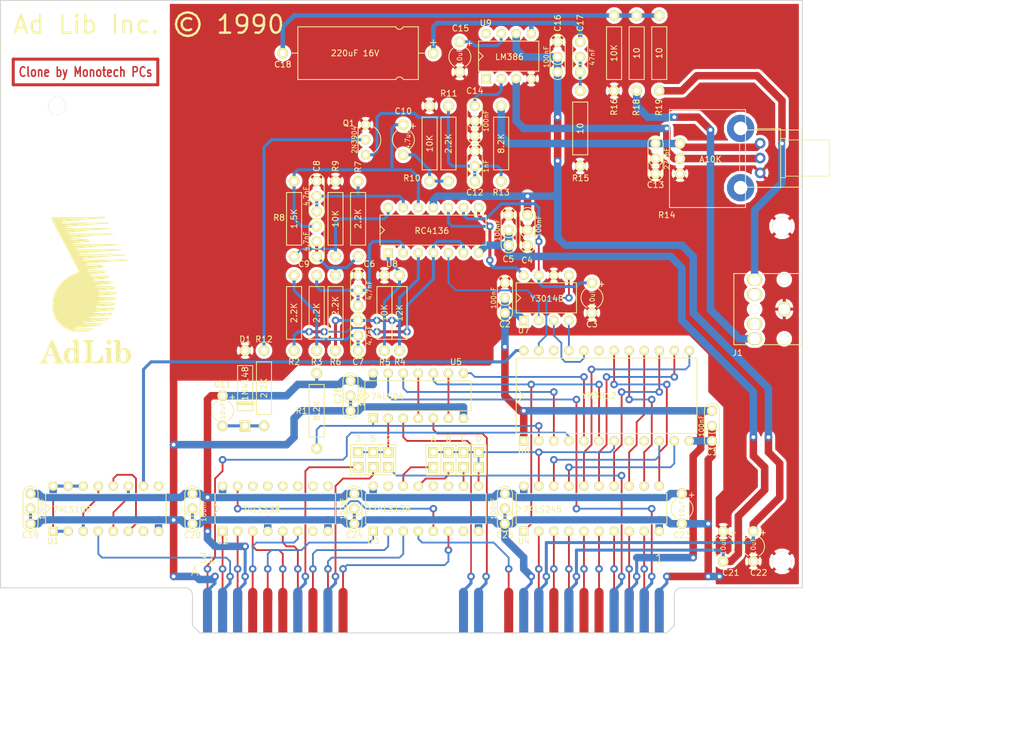
<source format=kicad_pcb>
(kicad_pcb (version 20171130) (host pcbnew "(5.1.0)-1")
  (title_block (title "AdLib Clone") (date 2019-01-04) (company "Monotech PCs") (comment 3 "License: https://creativecommons.org/licenses/by/4.0/") (comment 4 "Based on https://github.com/schlae/adlib"))
  (layers (0 F.Cu signal) (31 B.Cu signal) (36 B.SilkS user) (37 F.SilkS user) (38 B.Mask user) (39 F.Mask user) (44 Edge.Cuts user))
  (net 0 "")
  (net 1 GND)
  (net 2 VCC)
  (net 3 /CV)
  (net 4 +12VA)
  (net 5 -12VA)
  (net 6 "Net-(C6-Pad2)")
  (net 7 "Net-(C7-Pad2)")
  (net 8 "Net-(C7-Pad1)")
  (net 9 "Net-(C8-Pad2)")
  (net 10 "Net-(C9-Pad2)")
  (net 11 "Net-(C10-Pad1)")
  (net 12 "Net-(C10-Pad2)")
  (net 13 "Net-(C11-Pad2)")
  (net 14 "Net-(C12-Pad2)")
  (net 15 "Net-(C13-Pad1)")
  (net 16 "Net-(C14-Pad1)")
  (net 17 "Net-(C15-Pad1)")
  (net 18 "Net-(C17-Pad2)")
  (net 19 "Net-(C17-Pad1)")
  (net 20 "Net-(C18-Pad2)")
  (net 21 /IRQ3)
  (net 22 "Net-(P1-Pad2)")
  (net 23 /IRQ5)
  (net 24 /IRQ2)
  (net 25 /0x218)
  (net 26 /0x388)
  (net 27 /0x288)
  (net 28 /0x318)
  (net 29 "Net-(Q1-Pad2)")
  (net 30 /~IRQ)
  (net 31 "Net-(R4-Pad1)")
  (net 32 "Net-(R8-Pad1)")
  (net 33 "Net-(R14-Pad2)")
  (net 34 "Net-(J1-Pad3)")
  (net 35 "Net-(J1-Pad2)")
  (net 36 /OSC_14M3)
  (net 37 "Net-(U1-Pad12)")
  (net 38 "Net-(U1-Pad7)")
  (net 39 "Net-(U1-Pad9)")
  (net 40 /MCLK)
  (net 41 /A1)
  (net 42 /A2)
  (net 43 /A5)
  (net 44 /A6)
  (net 45 /A3)
  (net 46 "Net-(U2-Pad7)")
  (net 47 "Net-(U2-Pad9)")
  (net 48 "Net-(U2-Pad10)")
  (net 49 "Net-(U2-Pad11)")
  (net 50 "Net-(U2-Pad12)")
  (net 51 "Net-(U2-Pad13)")
  (net 52 "Net-(U2-Pad14)")
  (net 53 "Net-(U2-Pad15)")
  (net 54 /A4)
  (net 55 /A7)
  (net 56 /A8)
  (net 57 /AEN)
  (net 58 /A9)
  (net 59 "Net-(U3-Pad7)")
  (net 60 "Net-(U3-Pad11)")
  (net 61 "Net-(U3-Pad12)")
  (net 62 "Net-(U3-Pad15)")
  (net 63 /~READ)
  (net 64 /D0)
  (net 65 /D1)
  (net 66 /D2)
  (net 67 /D3)
  (net 68 /D4)
  (net 69 /D5)
  (net 70 /D6)
  (net 71 /DB5)
  (net 72 /DB4)
  (net 73 /DB3)
  (net 74 /DB2)
  (net 75 /DB1)
  (net 76 /DB0)
  (net 77 /D7)
  (net 78 /DB7)
  (net 79 /DB6)
  (net 80 /~IOR)
  (net 81 "Net-(U5-Pad11)")
  (net 82 /~IOW)
  (net 83 "Net-(U5-Pad6)")
  (net 84 /~WRITE)
  (net 85 /~RESET)
  (net 86 /RESET)
  (net 87 /A0)
  (net 88 "Net-(U6-Pad20)")
  (net 89 "Net-(U6-Pad21)")
  (net 90 "Net-(U6-Pad23)")
  (net 91 "Net-(U7-Pad2)")
  (net 92 /MP)
  (net 93 "Net-(U9-Pad1)")
  (net 94 "Net-(U9-Pad8)")
  (net 95 "Net-(J1-Pad4)")
  (net 96 "Net-(J1-Pad5)")
  (net 97 "Net-(R2-Pad2)")
  (module adlib:JACK_CUI_SJ1-3553NG (layer F.Cu) (at 195.152 80.01 180)
    (fp_text reference J1 (at 2.874 -7.366 180) (layer F.SilkS))
    (fp_text value CONN_01X05)
    (pad 4 thru_hole oval (at 0 2.5 180) (size 2.54 2.032) (drill 1.8) (layers *.Cu *.Mask F.SilkS) (net 95 "Net-(J1-Pad4)"))
    (pad 5 thru_hole oval (at 0 -2.5 180) (size 2.54 2.032) (drill 1.8) (layers *.Cu *.Mask F.SilkS) (net 96 "Net-(J1-Pad5)"))
    (pad 3 thru_hole oval (at 0 -5 180) (size 2.54 2.032) (drill 1.8) (layers *.Cu *.Mask F.SilkS) (net 34 "Net-(J1-Pad3)"))
    (pad 2 thru_hole oval (at 0 5 180) (size 2.54 2.032) (drill 1.8) (layers *.Cu *.Mask F.SilkS) (net 35 "Net-(J1-Pad2)"))
    (pad 1 thru_hole oval (at -5 0 180) (size 2.032 2.54) (drill 1.8) (layers *.Cu *.Mask F.SilkS) (net 1 GND))
    (pad 0 thru_hole circle (at 0 0 180) (size 1.6002 1.6002) (drill 1.6002) (layers *.Cu *.Mask F.SilkS))
    (pad 0 thru_hole circle (at -5 5 180) (size 1.6 1.6) (drill 1.6) (layers *.Cu *.Mask F.SilkS))
    (pad 0 thru_hole circle (at -5 -5 180) (size 1.6 1.6) (drill 1.6) (layers *.Cu *.Mask F.SilkS))
  )
  (module adlib:DIP600_24N (layer F.Cu) (at 156.21 102.235)
    (fp_text reference U6 (at 0 1.651) (layer F.SilkS))
    (fp_text value YM3812 (at 12.7 -7.62) (layer F.SilkS))
    (pad 1 thru_hole rect (at 0 0) (size 1.5748 1.5748) (drill 0.889) (layers *.Cu *.Mask F.SilkS) (net 2 VCC))
    (pad 2 thru_hole circle (at 2.54 0) (size 1.5748 1.5748) (drill 0.889) (layers *.Cu *.Mask F.SilkS) (net 30 /~IRQ))
    (pad 3 thru_hole circle (at 5.08 0) (size 1.5748 1.5748) (drill 0.889) (layers *.Cu *.Mask F.SilkS) (net 85 /~RESET))
    (pad 4 thru_hole circle (at 7.62 0) (size 1.5748 1.5748) (drill 0.889) (layers *.Cu *.Mask F.SilkS) (net 87 /A0))
    (pad 5 thru_hole circle (at 10.16 0) (size 1.5748 1.5748) (drill 0.889) (layers *.Cu *.Mask F.SilkS) (net 84 /~WRITE))
    (pad 6 thru_hole circle (at 12.7 0) (size 1.5748 1.5748) (drill 0.889) (layers *.Cu *.Mask F.SilkS) (net 63 /~READ))
    (pad 7 thru_hole circle (at 15.24 0) (size 1.5748 1.5748) (drill 0.889) (layers *.Cu *.Mask F.SilkS) (net 26 /0x388))
    (pad 8 thru_hole circle (at 17.78 0) (size 1.5748 1.5748) (drill 0.889) (layers *.Cu *.Mask F.SilkS))
    (pad 13 thru_hole circle (at 27.94 -15.24) (size 1.5748 1.5748) (drill 0.889) (layers *.Cu *.Mask F.SilkS) (net 74 /DB2))
    (pad 14 thru_hole circle (at 25.4 -15.24) (size 1.5748 1.5748) (drill 0.889) (layers *.Cu *.Mask F.SilkS) (net 73 /DB3))
    (pad 15 thru_hole circle (at 22.86 -15.24) (size 1.5748 1.5748) (drill 0.889) (layers *.Cu *.Mask F.SilkS) (net 72 /DB4))
    (pad 16 thru_hole circle (at 20.32 -15.24) (size 1.5748 1.5748) (drill 0.889) (layers *.Cu *.Mask F.SilkS) (net 71 /DB5))
    (pad 17 thru_hole circle (at 17.78 -15.24) (size 1.5748 1.5748) (drill 0.889) (layers *.Cu *.Mask F.SilkS) (net 79 /DB6))
    (pad 18 thru_hole circle (at 15.24 -15.24) (size 1.5748 1.5748) (drill 0.889) (layers *.Cu *.Mask F.SilkS) (net 78 /DB7))
    (pad 19 thru_hole circle (at 12.7 -15.24) (size 1.5748 1.5748) (drill 0.889) (layers *.Cu *.Mask F.SilkS))
    (pad 20 thru_hole circle (at 10.16 -15.24) (size 1.5748 1.5748) (drill 0.889) (layers *.Cu *.Mask F.SilkS) (net 88 "Net-(U6-Pad20)"))
    (pad 9 thru_hole circle (at 20.32 0) (size 1.5748 1.5748) (drill 0.889) (layers *.Cu *.Mask F.SilkS))
    (pad 10 thru_hole circle (at 22.86 0) (size 1.5748 1.5748) (drill 0.889) (layers *.Cu *.Mask F.SilkS) (net 76 /DB0))
    (pad 11 thru_hole circle (at 25.4 0) (size 1.5748 1.5748) (drill 0.889) (layers *.Cu *.Mask F.SilkS) (net 75 /DB1))
    (pad 12 thru_hole circle (at 27.94 0) (size 1.5748 1.5748) (drill 0.889) (layers *.Cu *.Mask F.SilkS) (net 1 GND))
    (pad 21 thru_hole circle (at 7.62 -15.24) (size 1.5748 1.5748) (drill 0.889) (layers *.Cu *.Mask F.SilkS) (net 89 "Net-(U6-Pad21)"))
    (pad 22 thru_hole circle (at 5.08 -15.24) (size 1.5748 1.5748) (drill 0.889) (layers *.Cu *.Mask F.SilkS))
    (pad 23 thru_hole circle (at 2.54 -15.24) (size 1.5748 1.5748) (drill 0.889) (layers *.Cu *.Mask F.SilkS) (net 90 "Net-(U6-Pad23)"))
    (pad 24 thru_hole circle (at 0 -15.24) (size 1.5748 1.5748) (drill 0.889) (layers *.Cu *.Mask F.SilkS) (net 40 /MCLK))
  )
  (module adlib:CAP23 (layer F.Cu) (at 156.845 66.675 90)
    (fp_text reference C4 (at -5.08 -0.0635 180) (layer F.SilkS))
    (fp_text value 100nF (at 0.635 1.905 90) (layer F.SilkS) (effects (font (size 0.8 0.8) (thickness 0.12))))
    (pad 2 thru_hole circle (at 0 0 90) (size 1.778 1.778) (drill 1.016) (layers *.Cu *.Mask F.SilkS) (net 1 GND))
    (pad 1 thru_hole circle (at 2.54 0 90) (size 1.778 1.778) (drill 1.016) (layers *.Cu *.Mask F.SilkS) (net 4 +12VA))
    (pad 2 thru_hole circle (at -2.54 0 90) (size 1.778 1.778) (drill 1.016) (layers *.Cu *.Mask F.SilkS) (net 1 GND))
  )
  (module adlib:CAP23 (layer F.Cu) (at 153.67 66.675 90)
    (fp_text reference C5 (at -4.8895 -0.0635 180) (layer F.SilkS))
    (fp_text value 100nF (at 0 -1.905 90) (layer F.SilkS) (effects (font (size 0.8 0.8) (thickness 0.12))))
    (pad 2 thru_hole circle (at 0 0 90) (size 1.778 1.778) (drill 1.016) (layers *.Cu *.Mask F.SilkS) (net 5 -12VA))
    (pad 1 thru_hole circle (at 2.54 0 90) (size 1.778 1.778) (drill 1.016) (layers *.Cu *.Mask F.SilkS) (net 1 GND))
    (pad 2 thru_hole circle (at -2.54 0 90) (size 1.778 1.778) (drill 1.016) (layers *.Cu *.Mask F.SilkS) (net 5 -12VA))
  )
  (module adlib:DIOA500 (layer F.Cu) (at 109.22 93.345 90)
    (fp_text reference D1 (at 8.255 0 180) (layer F.SilkS))
    (fp_text value 1N4148 (at 0.762 0 90) (layer F.SilkS))
    (pad 1 thru_hole rect (at -6.35 0 90) (size 1.778 1.778) (drill 1.016) (layers *.Cu *.Mask F.SilkS) (net 13 "Net-(C11-Pad2)"))
    (pad 2 thru_hole circle (at 6.35 0 90) (size 1.778 1.778) (drill 1.016) (layers *.Cu *.Mask F.SilkS) (net 1 GND))
  )
  (module adlib:JMP3 (layer F.Cu) (at 130.81 105.41)
    (fp_text reference P1 hide)
    (fp_text value IRQ)
    (pad 1 thru_hole rect (at -2.54 1.27) (size 1.7272 1.7272) (drill 1.016) (layers *.Cu *.Mask F.SilkS) (net 21 /IRQ3))
    (pad 2 thru_hole rect (at -2.54 -1.27) (size 1.7272 1.7272) (drill 1.016) (layers *.Cu *.Mask F.SilkS) (net 22 "Net-(P1-Pad2)"))
    (pad 3 thru_hole rect (at 0 1.27) (size 1.7272 1.7272) (drill 1.016) (layers *.Cu *.Mask F.SilkS) (net 23 /IRQ5))
    (pad 4 thru_hole rect (at 0 -1.27) (size 1.7272 1.7272) (drill 1.016) (layers *.Cu *.Mask F.SilkS) (net 22 "Net-(P1-Pad2)"))
    (pad 5 thru_hole rect (at 2.54 1.27) (size 1.7272 1.7272) (drill 1.016) (layers *.Cu *.Mask F.SilkS) (net 24 /IRQ2))
    (pad 6 thru_hole rect (at 2.54 -1.27) (size 1.7272 1.7272) (drill 1.016) (layers *.Cu *.Mask F.SilkS) (net 22 "Net-(P1-Pad2)"))
  )
  (module adlib:JMP4 (layer F.Cu) (at 144.78 105.41)
    (fp_text reference P2 hide)
    (fp_text value ADDR)
    (pad 1 thru_hole rect (at -3.81 1.27) (size 1.7272 1.7272) (drill 1.016) (layers *.Cu *.Mask F.SilkS) (net 25 /0x218))
    (pad 2 thru_hole rect (at -3.81 -1.27) (size 1.7272 1.7272) (drill 1.016) (layers *.Cu *.Mask F.SilkS) (net 26 /0x388))
    (pad 3 thru_hole rect (at -1.27 1.27) (size 1.7272 1.7272) (drill 1.016) (layers *.Cu *.Mask F.SilkS) (net 27 /0x288))
    (pad 4 thru_hole rect (at -1.27 -1.27) (size 1.7272 1.7272) (drill 1.016) (layers *.Cu *.Mask F.SilkS) (net 26 /0x388))
    (pad 5 thru_hole rect (at 1.27 1.27) (size 1.7272 1.7272) (drill 1.016) (layers *.Cu *.Mask F.SilkS) (net 28 /0x318))
    (pad 6 thru_hole rect (at 1.27 -1.27) (size 1.7272 1.7272) (drill 1.016) (layers *.Cu *.Mask F.SilkS) (net 26 /0x388))
    (pad 7 thru_hole rect (at 3.81 1.27) (size 1.7272 1.7272) (drill 1.016) (layers *.Cu *.Mask F.SilkS) (net 26 /0x388))
    (pad 8 thru_hole rect (at 3.81 -1.27) (size 1.7272 1.7272) (drill 1.016) (layers *.Cu *.Mask F.SilkS) (net 26 /0x388))
  )
  (module adlib:TO92-IL (layer F.Cu) (at 129.54 48.895 180)
    (fp_text reference Q1 (at 2.8575 0.254 180) (layer F.SilkS))
    (fp_text value 2N3904 (at 1.905 -2.54 270) (layer F.SilkS) (effects (font (size 0.8 0.8) (thickness 0.12))))
    (pad 1 thru_hole circle (at 0 0 180) (size 1.5748 1.5748) (drill 0.889) (layers *.Cu *.Mask F.SilkS) (net 1 GND))
    (pad 2 thru_hole circle (at 0 -2.54 180) (size 1.5748 1.5748) (drill 0.889) (layers *.Cu *.Mask F.SilkS) (net 29 "Net-(Q1-Pad2)"))
    (pad 3 thru_hole circle (at 0 -5.08 180) (size 1.5748 1.5748) (drill 0.889) (layers *.Cu *.Mask F.SilkS) (net 14 "Net-(C12-Pad2)"))
  )
  (module adlib:RESA500 (layer F.Cu) (at 121.285 97.155 90)
    (fp_text reference R1 (at 0 -2.54 180) (layer F.SilkS))
    (fp_text value 8.2K (at 0 0 90) (layer F.SilkS))
    (pad 1 thru_hole circle (at 6.35 0 90) (size 1.778 1.778) (drill 1.016) (layers *.Cu *.Mask F.SilkS) (net 2 VCC))
    (pad 2 thru_hole circle (at -6.35 0 90) (size 1.778 1.778) (drill 1.016) (layers *.Cu *.Mask F.SilkS) (net 30 /~IRQ))
  )
  (module adlib:RESA500 (layer F.Cu) (at 117.475 80.645 90)
    (fp_text reference R2 (at -8.255 0 180) (layer F.SilkS))
    (fp_text value 2.2K (at 0 0 90) (layer F.SilkS))
    (pad 1 thru_hole circle (at 6.35 0 90) (size 1.778 1.778) (drill 1.016) (layers *.Cu *.Mask F.SilkS) (net 7 "Net-(C7-Pad2)"))
    (pad 2 thru_hole circle (at -6.35 0 90) (size 1.778 1.778) (drill 1.016) (layers *.Cu *.Mask F.SilkS) (net 97 "Net-(R2-Pad2)"))
  )
  (module adlib:RESA500 (layer F.Cu) (at 121.285 80.645 90)
    (fp_text reference R3 (at -8.255 0 180) (layer F.SilkS))
    (fp_text value 2.2K (at 0 0 90) (layer F.SilkS))
    (pad 1 thru_hole circle (at 6.35 0 90) (size 1.778 1.778) (drill 1.016) (layers *.Cu *.Mask F.SilkS) (net 6 "Net-(C6-Pad2)"))
    (pad 2 thru_hole circle (at -6.35 0 90) (size 1.778 1.778) (drill 1.016) (layers *.Cu *.Mask F.SilkS) (net 7 "Net-(C7-Pad2)"))
  )
  (module adlib:RESA500 (layer F.Cu) (at 135.255 80.645 90)
    (fp_text reference R4 (at -8.255 0.0635 180) (layer F.SilkS))
    (fp_text value 12K (at 0 0 90) (layer F.SilkS))
    (pad 1 thru_hole circle (at 6.35 0 90) (size 1.778 1.778) (drill 1.016) (layers *.Cu *.Mask F.SilkS) (net 31 "Net-(R4-Pad1)"))
    (pad 2 thru_hole circle (at -6.35 0 90) (size 1.778 1.778) (drill 1.016) (layers *.Cu *.Mask F.SilkS) (net 8 "Net-(C7-Pad1)"))
  )
  (module adlib:RESA500 (layer F.Cu) (at 132.715 80.645 90)
    (fp_text reference R5 (at -8.3185 0.0635 180) (layer F.SilkS))
    (fp_text value 10K (at 0 0 90) (layer F.SilkS))
    (pad 1 thru_hole circle (at 6.35 0 90) (size 1.778 1.778) (drill 1.016) (layers *.Cu *.Mask F.SilkS) (net 1 GND))
    (pad 2 thru_hole circle (at -6.35 0 90) (size 1.778 1.778) (drill 1.016) (layers *.Cu *.Mask F.SilkS) (net 31 "Net-(R4-Pad1)"))
  )
  (module adlib:RESA500 (layer F.Cu) (at 124.46 80.645 90)
    (fp_text reference R6 (at -8.255 0 180) (layer F.SilkS))
    (fp_text value 2.2K (at 1.143 0 90) (layer F.SilkS))
    (pad 1 thru_hole circle (at 6.35 0 90) (size 1.778 1.778) (drill 1.016) (layers *.Cu *.Mask F.SilkS) (net 10 "Net-(C9-Pad2)"))
    (pad 2 thru_hole circle (at -6.35 0 90) (size 1.778 1.778) (drill 1.016) (layers *.Cu *.Mask F.SilkS) (net 8 "Net-(C7-Pad1)"))
  )
  (module adlib:RESA500 (layer F.Cu) (at 128.27 64.77 90)
    (fp_text reference R7 (at 8.763 0 90) (layer F.SilkS))
    (fp_text value 2.2K (at 0 0 90) (layer F.SilkS))
    (pad 1 thru_hole circle (at 6.35 0 90) (size 1.778 1.778) (drill 1.016) (layers *.Cu *.Mask F.SilkS) (net 9 "Net-(C8-Pad2)"))
    (pad 2 thru_hole circle (at -6.35 0 90) (size 1.778 1.778) (drill 1.016) (layers *.Cu *.Mask F.SilkS) (net 10 "Net-(C9-Pad2)"))
  )
  (module adlib:RESA500 (layer F.Cu) (at 117.475 64.77 270)
    (fp_text reference R8 (at -0.1905 2.54) (layer F.SilkS))
    (fp_text value 1.5K (at 0 0 270) (layer F.SilkS))
    (pad 1 thru_hole circle (at 6.35 0 270) (size 1.778 1.778) (drill 1.016) (layers *.Cu *.Mask F.SilkS) (net 32 "Net-(R8-Pad1)"))
    (pad 2 thru_hole circle (at -6.35 0 270) (size 1.778 1.778) (drill 1.016) (layers *.Cu *.Mask F.SilkS) (net 11 "Net-(C10-Pad1)"))
  )
  (module adlib:RESA500 (layer F.Cu) (at 124.46 64.77 90)
    (fp_text reference R9 (at 8.89 0 90) (layer F.SilkS))
    (fp_text value 10K (at 0 0 90) (layer F.SilkS))
    (pad 1 thru_hole circle (at 6.35 0 90) (size 1.778 1.778) (drill 1.016) (layers *.Cu *.Mask F.SilkS) (net 1 GND))
    (pad 2 thru_hole circle (at -6.35 0 90) (size 1.778 1.778) (drill 1.016) (layers *.Cu *.Mask F.SilkS) (net 32 "Net-(R8-Pad1)"))
  )
  (module adlib:RESA500 (layer F.Cu) (at 140.335 52.07 90)
    (fp_text reference R10 (at -5.842 -2.9845) (layer F.SilkS))
    (fp_text value 10K (at 0 0 90) (layer F.SilkS))
    (pad 1 thru_hole circle (at 6.35 0 90) (size 1.778 1.778) (drill 1.016) (layers *.Cu *.Mask F.SilkS) (net 1 GND))
    (pad 2 thru_hole circle (at -6.35 0 90) (size 1.778 1.778) (drill 1.016) (layers *.Cu *.Mask F.SilkS) (net 12 "Net-(C10-Pad2)"))
  )
  (module adlib:RESA500 (layer F.Cu) (at 143.51 52.07 90)
    (fp_text reference R11 (at 8.4455 0.0635 180) (layer F.SilkS))
    (fp_text value 2.2K (at 0 0 90) (layer F.SilkS))
    (pad 1 thru_hole circle (at 6.35 0 90) (size 1.778 1.778) (drill 1.016) (layers *.Cu *.Mask F.SilkS) (net 14 "Net-(C12-Pad2)"))
    (pad 2 thru_hole circle (at -6.35 0 90) (size 1.778 1.778) (drill 1.016) (layers *.Cu *.Mask F.SilkS) (net 12 "Net-(C10-Pad2)"))
  )
  (module adlib:RESA500 (layer F.Cu) (at 112.395 93.345 90)
    (fp_text reference R12 (at 8.255 0 180) (layer F.SilkS))
    (fp_text value 2.2K (at 0 0 90) (layer F.SilkS))
    (pad 1 thru_hole circle (at 6.35 0 90) (size 1.778 1.778) (drill 1.016) (layers *.Cu *.Mask F.SilkS) (net 29 "Net-(Q1-Pad2)"))
    (pad 2 thru_hole circle (at -6.35 0 90) (size 1.778 1.778) (drill 1.016) (layers *.Cu *.Mask F.SilkS) (net 13 "Net-(C11-Pad2)"))
  )
  (module adlib:RESA500 (layer F.Cu) (at 152.4 52.07 90)
    (fp_text reference R13 (at -8.255 0 180) (layer F.SilkS))
    (fp_text value 8.2K (at 0 0 90) (layer F.SilkS))
    (pad 1 thru_hole circle (at 6.35 0 90) (size 1.778 1.778) (drill 1.016) (layers *.Cu *.Mask F.SilkS) (net 15 "Net-(C13-Pad1)"))
    (pad 2 thru_hole circle (at -6.35 0 90) (size 1.778 1.778) (drill 1.016) (layers *.Cu *.Mask F.SilkS) (net 14 "Net-(C12-Pad2)"))
  )
  (module adlib:RESV_BOURNS_91A1A (layer F.Cu) (at 182.5625 54.61)
    (fp_text reference R14 (at -2.2225 9.525) (layer F.SilkS))
    (fp_text value A10K)
    (pad 1 thru_hole circle (at 0 2.54) (size 1.778 1.778) (drill 1.016) (layers *.Cu *.Mask F.SilkS) (net 1 GND))
    (pad 2 thru_hole circle (at 0 0) (size 1.778 1.778) (drill 1.016) (layers *.Cu *.Mask F.SilkS) (net 33 "Net-(R14-Pad2)"))
    (pad 3 thru_hole circle (at 0 -2.54) (size 1.778 1.778) (drill 1.016) (layers *.Cu *.Mask F.SilkS) (net 15 "Net-(C13-Pad1)"))
  )
  (module adlib:RESA500 (layer F.Cu) (at 165.735 49.53 90)
    (fp_text reference R15 (at -8.382 0.0635) (layer F.SilkS))
    (fp_text value 10 (at 0 0 90) (layer F.SilkS))
    (pad 1 thru_hole circle (at 6.35 0 90) (size 1.778 1.778) (drill 1.016) (layers *.Cu *.Mask F.SilkS) (net 18 "Net-(C17-Pad2)"))
    (pad 2 thru_hole circle (at -6.35 0 90) (size 1.778 1.778) (drill 1.016) (layers *.Cu *.Mask F.SilkS) (net 1 GND))
  )
  (module adlib:RESA500 (layer F.Cu) (at 171.45 36.83 90)
    (fp_text reference R16 (at -9.0805 0 90) (layer F.SilkS))
    (fp_text value 10K (at 0 0 90) (layer F.SilkS))
    (pad 1 thru_hole circle (at 6.35 0 90) (size 1.778 1.778) (drill 1.016) (layers *.Cu *.Mask F.SilkS) (net 20 "Net-(C18-Pad2)"))
    (pad 2 thru_hole circle (at -6.35 0 90) (size 1.778 1.778) (drill 1.016) (layers *.Cu *.Mask F.SilkS) (net 1 GND))
  )
  (module adlib:RESA500 (layer F.Cu) (at 175.26 36.83 270)
    (fp_text reference R18 (at 9.144 0.0635 270) (layer F.SilkS))
    (fp_text value 10 (at 0 0 270) (layer F.SilkS))
    (pad 1 thru_hole circle (at 6.35 0 270) (size 1.778 1.778) (drill 1.016) (layers *.Cu *.Mask F.SilkS) (net 34 "Net-(J1-Pad3)"))
    (pad 2 thru_hole circle (at -6.35 0 270) (size 1.778 1.778) (drill 1.016) (layers *.Cu *.Mask F.SilkS) (net 20 "Net-(C18-Pad2)"))
  )
  (module adlib:RESA500 (layer F.Cu) (at 179.07 36.83 270)
    (fp_text reference R19 (at 9.144 0.0635 270) (layer F.SilkS))
    (fp_text value 10 (at 0 0 270) (layer F.SilkS))
    (pad 1 thru_hole circle (at 6.35 0 270) (size 1.778 1.778) (drill 1.016) (layers *.Cu *.Mask F.SilkS) (net 35 "Net-(J1-Pad2)"))
    (pad 2 thru_hole circle (at -6.35 0 270) (size 1.778 1.778) (drill 1.016) (layers *.Cu *.Mask F.SilkS) (net 20 "Net-(C18-Pad2)"))
  )
  (module adlib:DIP300_16N (layer F.Cu) (at 76.835 117.475)
    (fp_text reference U1 (at 0 1.651) (layer F.SilkS))
    (fp_text value 74LS109 (at 3.175 -3.683) (layer F.SilkS))
    (pad 1 thru_hole rect (at 0 0) (size 1.5748 1.5748) (drill 0.889) (layers *.Cu *.Mask F.SilkS) (net 2 VCC))
    (pad 2 thru_hole circle (at 2.54 0) (size 1.5748 1.5748) (drill 0.889) (layers *.Cu *.Mask F.SilkS) (net 2 VCC))
    (pad 3 thru_hole circle (at 5.08 0) (size 1.5748 1.5748) (drill 0.889) (layers *.Cu *.Mask F.SilkS) (net 1 GND))
    (pad 4 thru_hole circle (at 7.62 0) (size 1.5748 1.5748) (drill 0.889) (layers *.Cu *.Mask F.SilkS) (net 36 /OSC_14M3))
    (pad 5 thru_hole circle (at 10.16 0) (size 1.5748 1.5748) (drill 0.889) (layers *.Cu *.Mask F.SilkS) (net 2 VCC))
    (pad 6 thru_hole circle (at 12.7 0) (size 1.5748 1.5748) (drill 0.889) (layers *.Cu *.Mask F.SilkS) (net 37 "Net-(U1-Pad12)"))
    (pad 7 thru_hole circle (at 15.24 0) (size 1.5748 1.5748) (drill 0.889) (layers *.Cu *.Mask F.SilkS) (net 38 "Net-(U1-Pad7)"))
    (pad 8 thru_hole circle (at 17.78 0) (size 1.5748 1.5748) (drill 0.889) (layers *.Cu *.Mask F.SilkS) (net 1 GND))
    (pad 9 thru_hole circle (at 17.78 -7.62) (size 1.5748 1.5748) (drill 0.889) (layers *.Cu *.Mask F.SilkS) (net 39 "Net-(U1-Pad9)"))
    (pad 10 thru_hole circle (at 15.24 -7.62) (size 1.5748 1.5748) (drill 0.889) (layers *.Cu *.Mask F.SilkS) (net 40 /MCLK))
    (pad 11 thru_hole circle (at 12.7 -7.62) (size 1.5748 1.5748) (drill 0.889) (layers *.Cu *.Mask F.SilkS) (net 2 VCC))
    (pad 12 thru_hole circle (at 10.16 -7.62) (size 1.5748 1.5748) (drill 0.889) (layers *.Cu *.Mask F.SilkS) (net 37 "Net-(U1-Pad12)"))
    (pad 13 thru_hole circle (at 7.62 -7.62) (size 1.5748 1.5748) (drill 0.889) (layers *.Cu *.Mask F.SilkS) (net 1 GND))
    (pad 14 thru_hole circle (at 5.08 -7.62) (size 1.5748 1.5748) (drill 0.889) (layers *.Cu *.Mask F.SilkS) (net 2 VCC))
    (pad 15 thru_hole circle (at 2.54 -7.62) (size 1.5748 1.5748) (drill 0.889) (layers *.Cu *.Mask F.SilkS) (net 2 VCC))
    (pad 16 thru_hole circle (at 0 -7.62) (size 1.5748 1.5748) (drill 0.889) (layers *.Cu *.Mask F.SilkS) (net 2 VCC))
  )
  (module adlib:DIP300_16N (layer F.Cu) (at 105.41 117.475)
    (fp_text reference U2 (at 0 1.651) (layer F.SilkS))
    (fp_text value 74LS138 (at 6.477 -3.683) (layer F.SilkS))
    (pad 1 thru_hole rect (at 0 0) (size 1.5748 1.5748) (drill 0.889) (layers *.Cu *.Mask F.SilkS) (net 41 /A1))
    (pad 2 thru_hole circle (at 2.54 0) (size 1.5748 1.5748) (drill 0.889) (layers *.Cu *.Mask F.SilkS) (net 42 /A2))
    (pad 3 thru_hole circle (at 5.08 0) (size 1.5748 1.5748) (drill 0.889) (layers *.Cu *.Mask F.SilkS) (net 43 /A5))
    (pad 4 thru_hole circle (at 7.62 0) (size 1.5748 1.5748) (drill 0.889) (layers *.Cu *.Mask F.SilkS) (net 1 GND))
    (pad 5 thru_hole circle (at 10.16 0) (size 1.5748 1.5748) (drill 0.889) (layers *.Cu *.Mask F.SilkS) (net 44 /A6))
    (pad 6 thru_hole circle (at 12.7 0) (size 1.5748 1.5748) (drill 0.889) (layers *.Cu *.Mask F.SilkS) (net 45 /A3))
    (pad 7 thru_hole circle (at 15.24 0) (size 1.5748 1.5748) (drill 0.889) (layers *.Cu *.Mask F.SilkS) (net 46 "Net-(U2-Pad7)"))
    (pad 8 thru_hole circle (at 17.78 0) (size 1.5748 1.5748) (drill 0.889) (layers *.Cu *.Mask F.SilkS) (net 1 GND))
    (pad 9 thru_hole circle (at 17.78 -7.62) (size 1.5748 1.5748) (drill 0.889) (layers *.Cu *.Mask F.SilkS) (net 47 "Net-(U2-Pad9)"))
    (pad 10 thru_hole circle (at 15.24 -7.62) (size 1.5748 1.5748) (drill 0.889) (layers *.Cu *.Mask F.SilkS) (net 48 "Net-(U2-Pad10)"))
    (pad 11 thru_hole circle (at 12.7 -7.62) (size 1.5748 1.5748) (drill 0.889) (layers *.Cu *.Mask F.SilkS) (net 49 "Net-(U2-Pad11)"))
    (pad 12 thru_hole circle (at 10.16 -7.62) (size 1.5748 1.5748) (drill 0.889) (layers *.Cu *.Mask F.SilkS) (net 50 "Net-(U2-Pad12)"))
    (pad 13 thru_hole circle (at 7.62 -7.62) (size 1.5748 1.5748) (drill 0.889) (layers *.Cu *.Mask F.SilkS) (net 51 "Net-(U2-Pad13)"))
    (pad 14 thru_hole circle (at 5.08 -7.62) (size 1.5748 1.5748) (drill 0.889) (layers *.Cu *.Mask F.SilkS) (net 52 "Net-(U2-Pad14)"))
    (pad 15 thru_hole circle (at 2.54 -7.62) (size 1.5748 1.5748) (drill 0.889) (layers *.Cu *.Mask F.SilkS) (net 53 "Net-(U2-Pad15)"))
    (pad 16 thru_hole circle (at 0 -7.62) (size 1.5748 1.5748) (drill 0.889) (layers *.Cu *.Mask F.SilkS) (net 2 VCC))
  )
  (module adlib:DIP300_16N (layer F.Cu) (at 130.81 117.475)
    (fp_text reference U3 (at 0 1.651) (layer F.SilkS))
    (fp_text value 74LS138 (at 3.048 -3.81) (layer F.SilkS))
    (pad 1 thru_hole rect (at 0 0) (size 1.5748 1.5748) (drill 0.889) (layers *.Cu *.Mask F.SilkS) (net 54 /A4))
    (pad 2 thru_hole circle (at 2.54 0) (size 1.5748 1.5748) (drill 0.889) (layers *.Cu *.Mask F.SilkS) (net 55 /A7))
    (pad 3 thru_hole circle (at 5.08 0) (size 1.5748 1.5748) (drill 0.889) (layers *.Cu *.Mask F.SilkS) (net 56 /A8))
    (pad 4 thru_hole circle (at 7.62 0) (size 1.5748 1.5748) (drill 0.889) (layers *.Cu *.Mask F.SilkS) (net 57 /AEN))
    (pad 5 thru_hole circle (at 10.16 0) (size 1.5748 1.5748) (drill 0.889) (layers *.Cu *.Mask F.SilkS) (net 53 "Net-(U2-Pad15)"))
    (pad 6 thru_hole circle (at 12.7 0) (size 1.5748 1.5748) (drill 0.889) (layers *.Cu *.Mask F.SilkS) (net 58 /A9))
    (pad 7 thru_hole circle (at 15.24 0) (size 1.5748 1.5748) (drill 0.889) (layers *.Cu *.Mask F.SilkS) (net 59 "Net-(U3-Pad7)"))
    (pad 8 thru_hole circle (at 17.78 0) (size 1.5748 1.5748) (drill 0.889) (layers *.Cu *.Mask F.SilkS) (net 1 GND))
    (pad 9 thru_hole circle (at 17.78 -7.62) (size 1.5748 1.5748) (drill 0.889) (layers *.Cu *.Mask F.SilkS) (net 26 /0x388))
    (pad 10 thru_hole circle (at 15.24 -7.62) (size 1.5748 1.5748) (drill 0.889) (layers *.Cu *.Mask F.SilkS) (net 28 /0x318))
    (pad 11 thru_hole circle (at 12.7 -7.62) (size 1.5748 1.5748) (drill 0.889) (layers *.Cu *.Mask F.SilkS) (net 60 "Net-(U3-Pad11)"))
    (pad 12 thru_hole circle (at 10.16 -7.62) (size 1.5748 1.5748) (drill 0.889) (layers *.Cu *.Mask F.SilkS) (net 61 "Net-(U3-Pad12)"))
    (pad 13 thru_hole circle (at 7.62 -7.62) (size 1.5748 1.5748) (drill 0.889) (layers *.Cu *.Mask F.SilkS) (net 27 /0x288))
    (pad 14 thru_hole circle (at 5.08 -7.62) (size 1.5748 1.5748) (drill 0.889) (layers *.Cu *.Mask F.SilkS) (net 25 /0x218))
    (pad 15 thru_hole circle (at 2.54 -7.62) (size 1.5748 1.5748) (drill 0.889) (layers *.Cu *.Mask F.SilkS) (net 62 "Net-(U3-Pad15)"))
    (pad 16 thru_hole circle (at 0 -7.62) (size 1.5748 1.5748) (drill 0.889) (layers *.Cu *.Mask F.SilkS) (net 2 VCC))
  )
  (module adlib:DIP300_20N (layer F.Cu) (at 156.21 117.475)
    (fp_text reference U4 (at 0 1.651) (layer F.SilkS))
    (fp_text value 74LS245 (at 3.175 -3.683) (layer F.SilkS))
    (pad 1 thru_hole rect (at 0 0) (size 1.5748 1.5748) (drill 0.889) (layers *.Cu *.Mask F.SilkS) (net 63 /~READ))
    (pad 2 thru_hole circle (at 2.54 0) (size 1.5748 1.5748) (drill 0.889) (layers *.Cu *.Mask F.SilkS) (net 64 /D0))
    (pad 3 thru_hole circle (at 5.08 0) (size 1.5748 1.5748) (drill 0.889) (layers *.Cu *.Mask F.SilkS) (net 65 /D1))
    (pad 4 thru_hole circle (at 7.62 0) (size 1.5748 1.5748) (drill 0.889) (layers *.Cu *.Mask F.SilkS) (net 66 /D2))
    (pad 5 thru_hole circle (at 10.16 0) (size 1.5748 1.5748) (drill 0.889) (layers *.Cu *.Mask F.SilkS) (net 67 /D3))
    (pad 6 thru_hole circle (at 12.7 0) (size 1.5748 1.5748) (drill 0.889) (layers *.Cu *.Mask F.SilkS) (net 68 /D4))
    (pad 7 thru_hole circle (at 15.24 0) (size 1.5748 1.5748) (drill 0.889) (layers *.Cu *.Mask F.SilkS) (net 69 /D5))
    (pad 8 thru_hole circle (at 17.78 0) (size 1.5748 1.5748) (drill 0.889) (layers *.Cu *.Mask F.SilkS) (net 70 /D6))
    (pad 13 thru_hole circle (at 17.78 -7.62) (size 1.5748 1.5748) (drill 0.889) (layers *.Cu *.Mask F.SilkS) (net 71 /DB5))
    (pad 14 thru_hole circle (at 15.24 -7.62) (size 1.5748 1.5748) (drill 0.889) (layers *.Cu *.Mask F.SilkS) (net 72 /DB4))
    (pad 15 thru_hole circle (at 12.7 -7.62) (size 1.5748 1.5748) (drill 0.889) (layers *.Cu *.Mask F.SilkS) (net 73 /DB3))
    (pad 16 thru_hole circle (at 10.16 -7.62) (size 1.5748 1.5748) (drill 0.889) (layers *.Cu *.Mask F.SilkS) (net 74 /DB2))
    (pad 17 thru_hole circle (at 7.62 -7.62) (size 1.5748 1.5748) (drill 0.889) (layers *.Cu *.Mask F.SilkS) (net 75 /DB1))
    (pad 18 thru_hole circle (at 5.08 -7.62) (size 1.5748 1.5748) (drill 0.889) (layers *.Cu *.Mask F.SilkS) (net 76 /DB0))
    (pad 19 thru_hole circle (at 2.54 -7.62) (size 1.5748 1.5748) (drill 0.889) (layers *.Cu *.Mask F.SilkS) (net 26 /0x388))
    (pad 20 thru_hole circle (at 0 -7.62) (size 1.5748 1.5748) (drill 0.889) (layers *.Cu *.Mask F.SilkS) (net 2 VCC))
    (pad 9 thru_hole circle (at 20.32 0) (size 1.5748 1.5748) (drill 0.889) (layers *.Cu *.Mask F.SilkS) (net 77 /D7))
    (pad 10 thru_hole circle (at 22.86 0) (size 1.5748 1.5748) (drill 0.889) (layers *.Cu *.Mask F.SilkS) (net 1 GND))
    (pad 11 thru_hole circle (at 22.86 -7.62) (size 1.5748 1.5748) (drill 0.889) (layers *.Cu *.Mask F.SilkS) (net 78 /DB7))
    (pad 12 thru_hole circle (at 20.32 -7.62) (size 1.5748 1.5748) (drill 0.889) (layers *.Cu *.Mask F.SilkS) (net 79 /DB6))
  )
  (module adlib:DIP300_14N (layer F.Cu) (at 130.81 98.425)
    (fp_text reference U5 (at 13.97 -9.525) (layer F.SilkS))
    (fp_text value 74LS04 (at 2.413 -3.683) (layer F.SilkS))
    (pad 1 thru_hole rect (at 0 0) (size 1.5748 1.5748) (drill 0.889) (layers *.Cu *.Mask F.SilkS) (net 30 /~IRQ))
    (pad 2 thru_hole circle (at 2.54 0) (size 1.5748 1.5748) (drill 0.889) (layers *.Cu *.Mask F.SilkS) (net 22 "Net-(P1-Pad2)"))
    (pad 3 thru_hole circle (at 5.08 0) (size 1.5748 1.5748) (drill 0.889) (layers *.Cu *.Mask F.SilkS) (net 80 /~IOR))
    (pad 4 thru_hole circle (at 7.62 0) (size 1.5748 1.5748) (drill 0.889) (layers *.Cu *.Mask F.SilkS) (net 81 "Net-(U5-Pad11)"))
    (pad 5 thru_hole circle (at 10.16 0) (size 1.5748 1.5748) (drill 0.889) (layers *.Cu *.Mask F.SilkS) (net 82 /~IOW))
    (pad 6 thru_hole circle (at 12.7 0) (size 1.5748 1.5748) (drill 0.889) (layers *.Cu *.Mask F.SilkS) (net 83 "Net-(U5-Pad6)"))
    (pad 7 thru_hole circle (at 15.24 0) (size 1.5748 1.5748) (drill 0.889) (layers *.Cu *.Mask F.SilkS) (net 1 GND))
    (pad 8 thru_hole circle (at 15.24 -7.62) (size 1.5748 1.5748) (drill 0.889) (layers *.Cu *.Mask F.SilkS) (net 84 /~WRITE))
    (pad 9 thru_hole circle (at 12.7 -7.62) (size 1.5748 1.5748) (drill 0.889) (layers *.Cu *.Mask F.SilkS) (net 83 "Net-(U5-Pad6)"))
    (pad 10 thru_hole circle (at 10.16 -7.62) (size 1.5748 1.5748) (drill 0.889) (layers *.Cu *.Mask F.SilkS) (net 63 /~READ))
    (pad 11 thru_hole circle (at 7.62 -7.62) (size 1.5748 1.5748) (drill 0.889) (layers *.Cu *.Mask F.SilkS) (net 81 "Net-(U5-Pad11)"))
    (pad 12 thru_hole circle (at 5.08 -7.62) (size 1.5748 1.5748) (drill 0.889) (layers *.Cu *.Mask F.SilkS) (net 85 /~RESET))
    (pad 13 thru_hole circle (at 2.54 -7.62) (size 1.5748 1.5748) (drill 0.889) (layers *.Cu *.Mask F.SilkS) (net 86 /RESET))
    (pad 14 thru_hole circle (at 0 -7.62) (size 1.5748 1.5748) (drill 0.889) (layers *.Cu *.Mask F.SilkS) (net 2 VCC))
  )
  (module adlib:DIP300_8N (layer F.Cu) (at 156.21 81.915)
    (fp_text reference U7 (at 0 1.651) (layer F.SilkS))
    (fp_text value Y3014B (at 3.937 -3.683) (layer F.SilkS))
    (pad 1 thru_hole rect (at 0 0) (size 1.5748 1.5748) (drill 0.889) (layers *.Cu *.Mask F.SilkS) (net 2 VCC))
    (pad 2 thru_hole circle (at 2.54 0) (size 1.5748 1.5748) (drill 0.889) (layers *.Cu *.Mask F.SilkS) (net 91 "Net-(U7-Pad2)"))
    (pad 3 thru_hole circle (at 5.08 0) (size 1.5748 1.5748) (drill 0.889) (layers *.Cu *.Mask F.SilkS) (net 88 "Net-(U6-Pad20)"))
    (pad 4 thru_hole circle (at 7.62 0) (size 1.5748 1.5748) (drill 0.889) (layers *.Cu *.Mask F.SilkS) (net 89 "Net-(U6-Pad21)"))
    (pad 5 thru_hole circle (at 7.62 -7.62) (size 1.5748 1.5748) (drill 0.889) (layers *.Cu *.Mask F.SilkS) (net 90 "Net-(U6-Pad23)"))
    (pad 6 thru_hole circle (at 5.08 -7.62) (size 1.5748 1.5748) (drill 0.889) (layers *.Cu *.Mask F.SilkS) (net 1 GND))
    (pad 7 thru_hole circle (at 2.54 -7.62) (size 1.5748 1.5748) (drill 0.889) (layers *.Cu *.Mask F.SilkS) (net 3 /CV))
    (pad 8 thru_hole circle (at 0 -7.62) (size 1.5748 1.5748) (drill 0.889) (layers *.Cu *.Mask F.SilkS) (net 92 /MP))
  )
  (module adlib:DIP300_14N (layer F.Cu) (at 133.35 70.485)
    (fp_text reference U8 (at 0.635 1.905) (layer F.SilkS))
    (fp_text value RC4136 (at 7.366 -3.683) (layer F.SilkS))
    (pad 1 thru_hole rect (at 0 0) (size 1.5748 1.5748) (drill 0.889) (layers *.Cu *.Mask F.SilkS) (net 31 "Net-(R4-Pad1)"))
    (pad 2 thru_hole circle (at 2.54 0) (size 1.5748 1.5748) (drill 0.889) (layers *.Cu *.Mask F.SilkS) (net 6 "Net-(C6-Pad2)"))
    (pad 3 thru_hole circle (at 5.08 0) (size 1.5748 1.5748) (drill 0.889) (layers *.Cu *.Mask F.SilkS) (net 8 "Net-(C7-Pad1)"))
    (pad 4 thru_hole circle (at 7.62 0) (size 1.5748 1.5748) (drill 0.889) (layers *.Cu *.Mask F.SilkS) (net 97 "Net-(R2-Pad2)"))
    (pad 5 thru_hole circle (at 10.16 0) (size 1.5748 1.5748) (drill 0.889) (layers *.Cu *.Mask F.SilkS) (net 91 "Net-(U7-Pad2)"))
    (pad 6 thru_hole circle (at 12.7 0) (size 1.5748 1.5748) (drill 0.889) (layers *.Cu *.Mask F.SilkS) (net 97 "Net-(R2-Pad2)"))
    (pad 7 thru_hole circle (at 15.24 0) (size 1.5748 1.5748) (drill 0.889) (layers *.Cu *.Mask F.SilkS) (net 5 -12VA))
    (pad 8 thru_hole circle (at 15.24 -7.62) (size 1.5748 1.5748) (drill 0.889) (layers *.Cu *.Mask F.SilkS) (net 92 /MP))
    (pad 9 thru_hole circle (at 12.7 -7.62) (size 1.5748 1.5748) (drill 0.889) (layers *.Cu *.Mask F.SilkS) (net 3 /CV))
    (pad 10 thru_hole circle (at 10.16 -7.62) (size 1.5748 1.5748) (drill 0.889) (layers *.Cu *.Mask F.SilkS) (net 92 /MP))
    (pad 11 thru_hole circle (at 7.62 -7.62) (size 1.5748 1.5748) (drill 0.889) (layers *.Cu *.Mask F.SilkS) (net 4 +12VA))
    (pad 12 thru_hole circle (at 5.08 -7.62) (size 1.5748 1.5748) (drill 0.889) (layers *.Cu *.Mask F.SilkS) (net 11 "Net-(C10-Pad1)"))
    (pad 13 thru_hole circle (at 2.54 -7.62) (size 1.5748 1.5748) (drill 0.889) (layers *.Cu *.Mask F.SilkS) (net 9 "Net-(C8-Pad2)"))
    (pad 14 thru_hole circle (at 0 -7.62) (size 1.5748 1.5748) (drill 0.889) (layers *.Cu *.Mask F.SilkS) (net 32 "Net-(R8-Pad1)"))
  )
  (module adlib:DIP300_8N (layer F.Cu) (at 149.86 41.148)
    (fp_text reference U9 (at -0.0635 -9.398) (layer F.SilkS))
    (fp_text value LM386 (at 3.937 -3.683) (layer F.SilkS))
    (pad 1 thru_hole rect (at 0 0) (size 1.5748 1.5748) (drill 0.889) (layers *.Cu *.Mask F.SilkS) (net 93 "Net-(U9-Pad1)"))
    (pad 2 thru_hole circle (at 2.54 0) (size 1.5748 1.5748) (drill 0.889) (layers *.Cu *.Mask F.SilkS) (net 16 "Net-(C14-Pad1)"))
    (pad 3 thru_hole circle (at 5.08 0) (size 1.5748 1.5748) (drill 0.889) (layers *.Cu *.Mask F.SilkS) (net 33 "Net-(R14-Pad2)"))
    (pad 4 thru_hole circle (at 7.62 0) (size 1.5748 1.5748) (drill 0.889) (layers *.Cu *.Mask F.SilkS) (net 1 GND))
    (pad 5 thru_hole circle (at 7.62 -7.62) (size 1.5748 1.5748) (drill 0.889) (layers *.Cu *.Mask F.SilkS) (net 19 "Net-(C17-Pad1)"))
    (pad 6 thru_hole circle (at 5.08 -7.62) (size 1.5748 1.5748) (drill 0.889) (layers *.Cu *.Mask F.SilkS) (net 4 +12VA))
    (pad 7 thru_hole circle (at 2.54 -7.62) (size 1.5748 1.5748) (drill 0.889) (layers *.Cu *.Mask F.SilkS) (net 17 "Net-(C15-Pad1)"))
    (pad 8 thru_hole circle (at 0 -7.62) (size 1.5748 1.5748) (drill 0.889) (layers *.Cu *.Mask F.SilkS) (net 94 "Net-(U9-Pad8)"))
  )
  (module adlib:CAPA1000 (layer F.Cu) (at 140.97 36.83 180)
    (fp_text reference C18 (at 25.4 -1.905 180) (layer F.SilkS))
    (fp_text value "220uF 16V" (at 13.208 0 180) (layer F.SilkS))
    (pad 1 thru_hole circle (at 0 0 180) (size 1.778 1.778) (drill 1.016) (layers *.Cu *.Mask F.SilkS) (net 19 "Net-(C17-Pad1)"))
    (pad 2 thru_hole circle (at 25.4 0 180) (size 1.778 1.778) (drill 1.016) (layers *.Cu *.Mask F.SilkS) (net 20 "Net-(C18-Pad2)"))
  )
  (module adlib:CAP23 (layer F.Cu) (at 127.635 113.665 90)
    (fp_text reference C24 (at -4.445 0 180) (layer F.SilkS))
    (fp_text value 100nF (at 0 -1.905 90) (layer F.SilkS) (effects (font (size 0.8 0.8) (thickness 0.12))))
    (pad 2 thru_hole circle (at 0 0 90) (size 1.7018 1.7018) (drill 1.016) (layers *.Cu *.Mask F.SilkS) (net 1 GND))
    (pad 1 thru_hole circle (at 2.54 0 90) (size 1.7018 1.7018) (drill 1.016) (layers *.Cu *.Mask F.SilkS) (net 2 VCC))
    (pad 2 thru_hole circle (at -2.54 0 90) (size 1.7018 1.7018) (drill 1.016) (layers *.Cu *.Mask F.SilkS) (net 1 GND))
  )
  (module adlib:CAP23 (layer F.Cu) (at 153.035 78.105 90)
    (fp_text reference C2 (at -4.445 0 180) (layer F.SilkS))
    (fp_text value 100nF (at 0 -1.905 90) (layer F.SilkS) (effects (font (size 0.8 0.8) (thickness 0.12))))
    (pad 2 thru_hole circle (at 0 0 90) (size 1.7018 1.7018) (drill 1.016) (layers *.Cu *.Mask F.SilkS) (net 2 VCC))
    (pad 1 thru_hole circle (at 2.54 0 90) (size 1.7018 1.7018) (drill 1.016) (layers *.Cu *.Mask F.SilkS) (net 1 GND))
    (pad 2 thru_hole circle (at -2.54 0 90) (size 1.7018 1.7018) (drill 1.016) (layers *.Cu *.Mask F.SilkS) (net 2 VCC))
  )
  (module adlib:CAP23 (layer F.Cu) (at 153.035 113.665 90)
    (fp_text reference C25 (at -4.445 0 180) (layer F.SilkS))
    (fp_text value 100nF (at 0 -1.905 90) (layer F.SilkS) (effects (font (size 0.8 0.8) (thickness 0.12))))
    (pad 2 thru_hole circle (at 0 0 90) (size 1.7018 1.7018) (drill 1.016) (layers *.Cu *.Mask F.SilkS) (net 1 GND))
    (pad 1 thru_hole circle (at 2.54 0 90) (size 1.7018 1.7018) (drill 1.016) (layers *.Cu *.Mask F.SilkS) (net 2 VCC))
    (pad 2 thru_hole circle (at -2.54 0 90) (size 1.7018 1.7018) (drill 1.016) (layers *.Cu *.Mask F.SilkS) (net 1 GND))
  )
  (module adlib:CAP23 (layer F.Cu) (at 100.33 113.665 90)
    (fp_text reference C20 (at -4.445 0 180) (layer F.SilkS))
    (fp_text value 100nF (at -0.381 1.905 90) (layer F.SilkS) (effects (font (size 0.8 0.8) (thickness 0.12))))
    (pad 2 thru_hole circle (at 0 0 90) (size 1.7018 1.7018) (drill 1.016) (layers *.Cu *.Mask F.SilkS) (net 1 GND))
    (pad 1 thru_hole circle (at 2.54 0 90) (size 1.7018 1.7018) (drill 1.016) (layers *.Cu *.Mask F.SilkS) (net 2 VCC))
    (pad 2 thru_hole circle (at -2.54 0 90) (size 1.7018 1.7018) (drill 1.016) (layers *.Cu *.Mask F.SilkS) (net 1 GND))
  )
  (module adlib:CAP23 (layer F.Cu) (at 73.025 113.665 90)
    (fp_text reference C19 (at -4.445 0 180) (layer F.SilkS))
    (fp_text value 100nF (at 0 1.905 90) (layer F.SilkS) (effects (font (size 0.8 0.8) (thickness 0.12))))
    (pad 2 thru_hole circle (at 0 0 90) (size 1.7018 1.7018) (drill 1.016) (layers *.Cu *.Mask F.SilkS) (net 1 GND))
    (pad 1 thru_hole circle (at 2.54 0 90) (size 1.7018 1.7018) (drill 1.016) (layers *.Cu *.Mask F.SilkS) (net 2 VCC))
    (pad 2 thru_hole circle (at -2.54 0 90) (size 1.7018 1.7018) (drill 1.016) (layers *.Cu *.Mask F.SilkS) (net 1 GND))
  )
  (module adlib:CAP23 (layer F.Cu) (at 127 94.615 90)
    (fp_text reference C26 (at 0 -2.159 90) (layer F.SilkS))
    (fp_text value 100nF (at 0 1.905 90) (layer F.SilkS) (effects (font (size 0.8 0.8) (thickness 0.12))))
    (pad 2 thru_hole circle (at 0 0 90) (size 1.7018 1.7018) (drill 1.016) (layers *.Cu *.Mask F.SilkS) (net 1 GND))
    (pad 1 thru_hole circle (at 2.54 0 90) (size 1.7018 1.7018) (drill 1.016) (layers *.Cu *.Mask F.SilkS) (net 2 VCC))
    (pad 2 thru_hole circle (at -2.54 0 90) (size 1.7018 1.7018) (drill 1.016) (layers *.Cu *.Mask F.SilkS) (net 1 GND))
  )
  (module adlib:CAP23 (layer F.Cu) (at 187.96 99.695 90)
    (fp_text reference C1 (at -4.445 0 180) (layer F.SilkS))
    (fp_text value 100nF (at 0 -1.778 90) (layer F.SilkS) (effects (font (size 0.8 0.8) (thickness 0.12))))
    (pad 2 thru_hole circle (at 0 0 90) (size 1.7018 1.7018) (drill 1.016) (layers *.Cu *.Mask F.SilkS) (net 1 GND))
    (pad 1 thru_hole circle (at 2.54 0 90) (size 1.7018 1.7018) (drill 1.016) (layers *.Cu *.Mask F.SilkS) (net 2 VCC))
    (pad 2 thru_hole circle (at -2.54 0 90) (size 1.7018 1.7018) (drill 1.016) (layers *.Cu *.Mask F.SilkS) (net 1 GND))
  )
  (module adlib:CAP23 (layer F.Cu) (at 128.27 84.455 90)
    (fp_text reference C7 (at -4.445 0 180) (layer F.SilkS))
    (fp_text value 4.7nF (at 0 1.905 90) (layer F.SilkS) (effects (font (size 0.8 0.8) (thickness 0.12))))
    (pad 2 thru_hole circle (at 0 0 90) (size 1.7018 1.7018) (drill 1.016) (layers *.Cu *.Mask F.SilkS) (net 7 "Net-(C7-Pad2)"))
    (pad 1 thru_hole circle (at 2.54 0 90) (size 1.7018 1.7018) (drill 1.016) (layers *.Cu *.Mask F.SilkS) (net 8 "Net-(C7-Pad1)"))
    (pad 2 thru_hole circle (at -2.54 0 90) (size 1.7018 1.7018) (drill 1.016) (layers *.Cu *.Mask F.SilkS) (net 7 "Net-(C7-Pad2)"))
  )
  (module adlib:CAP23 (layer F.Cu) (at 128.27 76.835 90)
    (fp_text reference C6 (at 4.445 1.905 180) (layer F.SilkS))
    (fp_text value 4.7nF (at 0 1.905 90) (layer F.SilkS) (effects (font (size 0.8 0.8) (thickness 0.12))))
    (pad 2 thru_hole circle (at 0 0 90) (size 1.7018 1.7018) (drill 1.016) (layers *.Cu *.Mask F.SilkS) (net 6 "Net-(C6-Pad2)"))
    (pad 1 thru_hole circle (at 2.54 0 90) (size 1.7018 1.7018) (drill 1.016) (layers *.Cu *.Mask F.SilkS) (net 1 GND))
    (pad 2 thru_hole circle (at -2.54 0 90) (size 1.7018 1.7018) (drill 1.016) (layers *.Cu *.Mask F.SilkS) (net 6 "Net-(C6-Pad2)"))
  )
  (module adlib:CAP23 (layer F.Cu) (at 121.285 68.58 90)
    (fp_text reference C9 (at -3.81 -2.159 180) (layer F.SilkS))
    (fp_text value 4.7nF (at 0 -1.778 90) (layer F.SilkS) (effects (font (size 0.8 0.8) (thickness 0.12))))
    (pad 2 thru_hole circle (at 0 0 90) (size 1.7018 1.7018) (drill 1.016) (layers *.Cu *.Mask F.SilkS) (net 10 "Net-(C9-Pad2)"))
    (pad 1 thru_hole circle (at 2.54 0 90) (size 1.7018 1.7018) (drill 1.016) (layers *.Cu *.Mask F.SilkS) (net 11 "Net-(C10-Pad1)"))
    (pad 2 thru_hole circle (at -2.54 0 90) (size 1.7018 1.7018) (drill 1.016) (layers *.Cu *.Mask F.SilkS) (net 10 "Net-(C9-Pad2)"))
  )
  (module adlib:CAP23 (layer F.Cu) (at 121.285 60.96 90)
    (fp_text reference C8 (at 5.08 0 90) (layer F.SilkS))
    (fp_text value 4.7nF (at 0 -1.778 90) (layer F.SilkS) (effects (font (size 0.8 0.8) (thickness 0.12))))
    (pad 2 thru_hole circle (at 0 0 90) (size 1.7018 1.7018) (drill 1.016) (layers *.Cu *.Mask F.SilkS) (net 9 "Net-(C8-Pad2)"))
    (pad 1 thru_hole circle (at 2.54 0 90) (size 1.7018 1.7018) (drill 1.016) (layers *.Cu *.Mask F.SilkS) (net 1 GND))
    (pad 2 thru_hole circle (at -2.54 0 90) (size 1.7018 1.7018) (drill 1.016) (layers *.Cu *.Mask F.SilkS) (net 9 "Net-(C8-Pad2)"))
  )
  (module adlib:CAP23 (layer F.Cu) (at 147.955 55.88 90)
    (fp_text reference C12 (at -4.445 0 180) (layer F.SilkS))
    (fp_text value 1nF (at 0 1.905 90) (layer F.SilkS) (effects (font (size 0.8 0.8) (thickness 0.12))))
    (pad 2 thru_hole circle (at 0 0 90) (size 1.7018 1.7018) (drill 1.016) (layers *.Cu *.Mask F.SilkS) (net 14 "Net-(C12-Pad2)"))
    (pad 1 thru_hole circle (at 2.54 0 90) (size 1.7018 1.7018) (drill 1.016) (layers *.Cu *.Mask F.SilkS) (net 1 GND))
    (pad 2 thru_hole circle (at -2.54 0 90) (size 1.7018 1.7018) (drill 1.016) (layers *.Cu *.Mask F.SilkS) (net 14 "Net-(C12-Pad2)"))
  )
  (module adlib:CAP23 (layer F.Cu) (at 147.955 48.26 90)
    (fp_text reference C14 (at 5.08 0 180) (layer F.SilkS))
    (fp_text value 100nF (at 0 1.905 90) (layer F.SilkS) (effects (font (size 0.8 0.8) (thickness 0.12))))
    (pad 2 thru_hole circle (at 0 0 90) (size 1.7018 1.7018) (drill 1.016) (layers *.Cu *.Mask F.SilkS) (net 1 GND))
    (pad 1 thru_hole circle (at 2.54 0 90) (size 1.7018 1.7018) (drill 1.016) (layers *.Cu *.Mask F.SilkS) (net 16 "Net-(C14-Pad1)"))
    (pad 2 thru_hole circle (at -2.54 0 90) (size 1.7018 1.7018) (drill 1.016) (layers *.Cu *.Mask F.SilkS) (net 1 GND))
  )
  (module adlib:CAP23 (layer F.Cu) (at 161.925 37.465 90)
    (fp_text reference C16 (at 5.715 0 90) (layer F.SilkS))
    (fp_text value 100nF (at 0 -1.905 90) (layer F.SilkS) (effects (font (size 0.8 0.8) (thickness 0.12))))
    (pad 2 thru_hole circle (at 0 0 90) (size 1.7018 1.7018) (drill 1.016) (layers *.Cu *.Mask F.SilkS) (net 4 +12VA))
    (pad 1 thru_hole circle (at 2.54 0 90) (size 1.7018 1.7018) (drill 1.016) (layers *.Cu *.Mask F.SilkS) (net 1 GND))
    (pad 2 thru_hole circle (at -2.54 0 90) (size 1.7018 1.7018) (drill 1.016) (layers *.Cu *.Mask F.SilkS) (net 4 +12VA))
  )
  (module adlib:CAP23 (layer F.Cu) (at 165.735 37.465 90)
    (fp_text reference C17 (at 5.715 0 90) (layer F.SilkS))
    (fp_text value 47nF (at 0 2.032 90) (layer F.SilkS) (effects (font (size 0.8 0.8) (thickness 0.12))))
    (pad 2 thru_hole circle (at 0 0 90) (size 1.7018 1.7018) (drill 1.016) (layers *.Cu *.Mask F.SilkS) (net 18 "Net-(C17-Pad2)"))
    (pad 1 thru_hole circle (at 2.54 0 90) (size 1.7018 1.7018) (drill 1.016) (layers *.Cu *.Mask F.SilkS) (net 19 "Net-(C17-Pad1)"))
    (pad 2 thru_hole circle (at -2.54 0 90) (size 1.7018 1.7018) (drill 1.016) (layers *.Cu *.Mask F.SilkS) (net 18 "Net-(C17-Pad2)"))
  )
  (module adlib:CAP23 (layer F.Cu) (at 178.435 54.61 90)
    (fp_text reference C13 (at -4.445 0 180) (layer F.SilkS))
    (fp_text value 270pF (at 0 1.905 90) (layer F.SilkS) (effects (font (size 0.8 0.8) (thickness 0.12))))
    (pad 2 thru_hole circle (at 0 0 90) (size 1.7018 1.7018) (drill 1.016) (layers *.Cu *.Mask F.SilkS) (net 1 GND))
    (pad 1 thru_hole circle (at 2.54 0 90) (size 1.7018 1.7018) (drill 1.016) (layers *.Cu *.Mask F.SilkS) (net 15 "Net-(C13-Pad1)"))
    (pad 2 thru_hole circle (at -2.54 0 90) (size 1.7018 1.7018) (drill 1.016) (layers *.Cu *.Mask F.SilkS) (net 1 GND))
  )
  (module adlib:CAPAP200 (layer F.Cu) (at 182.88 111.125 270)
    (fp_text reference C23 (at 6.985 0) (layer F.SilkS))
    (fp_text value 10uF (at 2.54 0 270) (layer F.SilkS) (effects (font (size 0.8 0.8) (thickness 0.12))))
    (pad 1 thru_hole circle (at 0 0 270) (size 1.778 1.778) (drill 1.016) (layers *.Cu *.Mask F.SilkS) (net 2 VCC))
    (pad 2 thru_hole circle (at 5.08 0 270) (size 1.778 1.778) (drill 1.016) (layers *.Cu *.Mask F.SilkS) (net 1 GND))
  )
  (module adlib:CAPAP200 (layer F.Cu) (at 189.865 117.475 270)
    (fp_text reference C21 (at 6.985 -1.27) (layer F.SilkS))
    (fp_text value 10uF (at 2.54 0 270) (layer F.SilkS) (effects (font (size 0.8 0.8) (thickness 0.12))))
    (pad 1 thru_hole circle (at 0 0 270) (size 1.778 1.778) (drill 1.016) (layers *.Cu *.Mask F.SilkS) (net 1 GND))
    (pad 2 thru_hole circle (at 5.08 0 270) (size 1.778 1.778) (drill 1.016) (layers *.Cu *.Mask F.SilkS) (net 5 -12VA))
  )
  (module adlib:CAPAP200 (layer F.Cu) (at 194.945 117.475 270)
    (fp_text reference C22 (at 6.985 -0.889) (layer F.SilkS))
    (fp_text value 10uF (at 2.54 0 270) (layer F.SilkS) (effects (font (size 0.8 0.8) (thickness 0.12))))
    (pad 1 thru_hole circle (at 0 0 270) (size 1.778 1.778) (drill 1.016) (layers *.Cu *.Mask F.SilkS) (net 4 +12VA))
    (pad 2 thru_hole circle (at 5.08 0 270) (size 1.778 1.778) (drill 1.016) (layers *.Cu *.Mask F.SilkS) (net 1 GND))
  )
  (module adlib:CAPAP200 (layer F.Cu) (at 105.41 94.615 270)
    (fp_text reference C11 (at -1.905 0) (layer F.SilkS))
    (fp_text value 10uF (at 2.54 0 270) (layer F.SilkS) (effects (font (size 0.8 0.8) (thickness 0.12))))
    (pad 1 thru_hole circle (at 0 0 270) (size 1.778 1.778) (drill 1.016) (layers *.Cu *.Mask F.SilkS) (net 2 VCC))
    (pad 2 thru_hole circle (at 5.08 0 270) (size 1.778 1.778) (drill 1.016) (layers *.Cu *.Mask F.SilkS) (net 13 "Net-(C11-Pad2)"))
  )
  (module adlib:CAPAP200 (layer F.Cu) (at 167.7035 75.565 270)
    (fp_text reference C3 (at 6.985 0) (layer F.SilkS))
    (fp_text value 10uF (at 2.54 -0.0635 270) (layer F.SilkS) (effects (font (size 0.8 0.8) (thickness 0.12))))
    (pad 1 thru_hole circle (at 0 0 270) (size 1.778 1.778) (drill 1.016) (layers *.Cu *.Mask F.SilkS) (net 3 /CV))
    (pad 2 thru_hole circle (at 5.08 0 270) (size 1.778 1.778) (drill 1.016) (layers *.Cu *.Mask F.SilkS) (net 1 GND))
  )
  (module adlib:CAPAP200 (layer F.Cu) (at 135.89 48.895 270)
    (fp_text reference C10 (at -2.286 0) (layer F.SilkS))
    (fp_text value 4.7uF (at 2.54 -0.762 270) (layer F.SilkS) (effects (font (size 0.8 0.8) (thickness 0.12))))
    (pad 1 thru_hole circle (at 0 0 270) (size 1.778 1.778) (drill 1.016) (layers *.Cu *.Mask F.SilkS) (net 11 "Net-(C10-Pad1)"))
    (pad 2 thru_hole circle (at 5.08 0 270) (size 1.778 1.778) (drill 1.016) (layers *.Cu *.Mask F.SilkS) (net 12 "Net-(C10-Pad2)"))
  )
  (module adlib:CAPAP200 (layer F.Cu) (at 145.415 34.925 270)
    (fp_text reference C15 (at -2.286 -0.127) (layer F.SilkS))
    (fp_text value 10uF (at 2.54 0 270) (layer F.SilkS) (effects (font (size 0.8 0.8) (thickness 0.12))))
    (pad 1 thru_hole circle (at 0 0 270) (size 1.778 1.778) (drill 1.016) (layers *.Cu *.Mask F.SilkS) (net 17 "Net-(C15-Pad1)"))
    (pad 2 thru_hole circle (at 5.08 0 270) (size 1.778 1.778) (drill 1.016) (layers *.Cu *.Mask F.SilkS) (net 1 GND))
  )
  (module adlib:MNT_SPARE (layer F.Cu) (at 77.47 45.72)
    (fp_text reference REF** hide)
    (fp_text value MNT_SPARE hide)
    (pad 1 thru_hole circle (at 0 0) (size 2.9464 2.9464) (drill 2.9464) (layers *.Cu *.Mask F.SilkS))
  )
  (module adlib:BUS_PC_ADLIB (layer F.Cu) (at 140.97 130.81)
    (fp_text reference BUS1 hide)
    (fp_text value BUSPC)
    (fp_line (start 38.1 -3.048) (end 38.1 -1.778) (layer B.Cu) (width 1.524))
    (fp_line (start 35.56 -3.048) (end 35.56 -1.778) (layer B.Cu) (width 1.524))
    (fp_line (start 30.48 -3.048) (end 30.48 -1.778) (layer B.Cu) (width 1.524))
    (fp_line (start 33.02 -3.048) (end 33.02 -1.778) (layer B.Cu) (width 1.524))
    (fp_line (start 22.86 -3.048) (end 22.86 -1.778) (layer B.Cu) (width 1.524))
    (fp_line (start 17.78 -3.048) (end 17.78 -1.778) (layer B.Cu) (width 1.524))
    (fp_line (start 15.24 -3.048) (end 15.24 -1.778) (layer B.Cu) (width 1.524))
    (fp_line (start 5.08 -3.048) (end 5.08 -1.778) (layer B.Cu) (width 1.524))
    (fp_line (start 7.62 -3.048) (end 7.62 -1.778) (layer B.Cu) (width 1.524))
    (fp_line (start -22.86 -3.048) (end -22.86 -1.778) (layer B.Cu) (width 1.524))
    (fp_line (start -33.02 -3.048) (end -33.02 -1.778) (layer B.Cu) (width 1.524))
    (fp_line (start -35.56 -3.048) (end -35.56 -1.778) (layer B.Cu) (width 1.524))
    (fp_line (start -17.78 -3.048) (end -17.78 -1.778) (layer B.Cu) (width 1.524))
    (fp_line (start -38.1 -3.048) (end -38.1 -1.778) (layer B.Cu) (width 1.524))
    (fp_line (start 35.56 -3.048) (end 35.56 -1.778) (layer F.Cu) (width 1.524))
    (fp_line (start 33.02 -3.048) (end 33.02 -1.778) (layer F.Cu) (width 1.524))
    (fp_line (start 25.4 -3.048) (end 25.4 -1.778) (layer F.Cu) (width 1.524))
    (fp_line (start 27.94 -3.048) (end 27.94 -1.778) (layer F.Cu) (width 1.524))
    (fp_line (start 30.48 -3.048) (end 30.48 -1.778) (layer F.Cu) (width 1.524))
    (fp_line (start 12.7 -3.048) (end 12.7 -1.778) (layer F.Cu) (width 1.524))
    (fp_line (start 22.86 -3.048) (end 22.86 -1.778) (layer F.Cu) (width 1.524))
    (fp_line (start 17.78 -3.048) (end 17.78 -1.778) (layer F.Cu) (width 1.524))
    (fp_line (start 20.32 -3.048) (end 20.32 -1.778) (layer F.Cu) (width 1.524))
    (fp_line (start -17.78 -3.048) (end -17.78 -1.778) (layer F.Cu) (width 1.524))
    (fp_line (start -20.32 -3.048) (end -20.32 -1.778) (layer F.Cu) (width 1.524))
    (fp_line (start -15.24 -3.048) (end -15.24 -1.778) (layer F.Cu) (width 1.524))
    (fp_line (start -22.86 -3.048) (end -22.86 -1.778) (layer F.Cu) (width 1.524))
    (fp_line (start -27.94 -3.048) (end -27.94 -1.778) (layer F.Cu) (width 1.524))
    (fp_line (start -35.56 -3.048) (end -35.56 -1.778) (layer F.Cu) (width 1.524))
    (fp_line (start -38.1 -3.048) (end -38.1 -1.778) (layer F.Cu) (width 1.524))
    (fp_line (start -25.4 -3.048) (end -25.4 -1.778) (layer F.Cu) (width 1.524))
    (fp_line (start -30.48 -3.048) (end -30.48 -1.778) (layer F.Cu) (width 1.524))
    (fp_line (start -33.02 -3.048) (end -33.02 -1.778) (layer F.Cu) (width 1.524))
    (pad 1 connect rect (at 38.1 0.381) (size 1.524 6.858) (layers B.Cu B.Mask) (net 1 GND))
    (pad 2 connect rect (at 35.56 0.381) (size 1.524 6.858) (layers B.Cu B.Mask) (net 86 /RESET))
    (pad 3 connect rect (at 33.02 0.381) (size 1.524 6.858) (layers B.Cu B.Mask) (net 2 VCC))
    (pad 4 connect rect (at 30.48 0.381) (size 1.524 6.858) (layers B.Cu B.Mask) (net 24 /IRQ2))
    (pad 7 connect rect (at 22.86 0.381) (size 1.524 6.858) (layers B.Cu B.Mask) (net 5 -12VA))
    (pad 9 connect rect (at 17.78 0.381) (size 1.524 6.858) (layers B.Cu B.Mask) (net 4 +12VA))
    (pad 10 connect rect (at 15.24 0.381) (size 1.524 6.858) (layers B.Cu B.Mask) (net 1 GND))
    (pad 13 connect rect (at 7.62 0.381) (size 1.524 6.858) (layers B.Cu B.Mask) (net 82 /~IOW))
    (pad 14 connect rect (at 5.08 0.381) (size 1.524 6.858) (layers B.Cu B.Mask) (net 80 /~IOR))
    (pad 23 connect rect (at -17.78 0.381) (size 1.524 6.858) (layers B.Cu B.Mask) (net 23 /IRQ5))
    (pad 25 connect rect (at -22.86 0.381) (size 1.524 6.858) (layers B.Cu B.Mask) (net 21 /IRQ3))
    (pad 29 connect rect (at -33.02 0.381) (size 1.524 6.858) (layers B.Cu B.Mask) (net 2 VCC))
    (pad 30 connect rect (at -35.56 0.381) (size 1.524 6.858) (layers B.Cu B.Mask) (net 36 /OSC_14M3))
    (pad 31 connect rect (at -38.1 0.381) (size 1.524 6.858) (layers B.Cu B.Mask) (net 1 GND))
    (pad 33 connect rect (at 35.56 0.381) (size 1.524 6.858) (layers F.Cu F.Mask) (net 77 /D7))
    (pad 34 connect rect (at 33.02 0.381) (size 1.524 6.858) (layers F.Cu F.Mask) (net 70 /D6))
    (pad 35 connect rect (at 30.48 0.381) (size 1.524 6.858) (layers F.Cu F.Mask) (net 69 /D5))
    (pad 36 connect rect (at 27.94 0.381) (size 1.524 6.858) (layers F.Cu F.Mask) (net 68 /D4))
    (pad 37 connect rect (at 25.4 0.381) (size 1.524 6.858) (layers F.Cu F.Mask) (net 67 /D3))
    (pad 38 connect rect (at 22.86 0.381) (size 1.524 6.858) (layers F.Cu F.Mask) (net 66 /D2))
    (pad 39 connect rect (at 20.32 0.381) (size 1.524 6.858) (layers F.Cu F.Mask) (net 65 /D1))
    (pad 40 connect rect (at 17.78 0.381) (size 1.524 6.858) (layers F.Cu F.Mask) (net 64 /D0))
    (pad 42 connect rect (at 12.7 0.381) (size 1.524 6.858) (layers F.Cu F.Mask) (net 57 /AEN))
    (pad 53 connect rect (at -15.24 0.381) (size 1.524 6.858) (layers F.Cu F.Mask) (net 58 /A9))
    (pad 54 connect rect (at -17.78 0.381) (size 1.524 6.858) (layers F.Cu F.Mask) (net 56 /A8))
    (pad 55 connect rect (at -20.32 0.381) (size 1.524 6.858) (layers F.Cu F.Mask) (net 55 /A7))
    (pad 56 connect rect (at -22.86 0.381) (size 1.524 6.858) (layers F.Cu F.Mask) (net 44 /A6))
    (pad 57 connect rect (at -25.4 0.381) (size 1.524 6.858) (layers F.Cu F.Mask) (net 43 /A5))
    (pad 58 connect rect (at -27.94 0.381) (size 1.524 6.858) (layers F.Cu F.Mask) (net 54 /A4))
    (pad 59 connect rect (at -30.48 0.381) (size 1.524 6.858) (layers F.Cu F.Mask) (net 45 /A3))
    (pad 60 connect rect (at -33.02 0.381) (size 1.524 6.858) (layers F.Cu F.Mask) (net 42 /A2))
    (pad 61 connect rect (at -35.56 0.381) (size 1.524 6.858) (layers F.Cu F.Mask) (net 41 /A1))
    (pad 62 connect rect (at -38.1 0.381) (size 1.524 6.858) (layers F.Cu F.Mask) (net 87 /A0))
  )
  (module adlib:MNT_KEYSTONE_9202 (layer F.Cu) (at 199.771 66.04)
    (fp_text reference MNT1 hide)
    (fp_text value CONN_01X01 hide)
    (pad 1 thru_hole circle (at 0 0) (size 3.2766 3.2766) (drill 3.2766) (layers *.Cu *.Mask F.SilkS) (net 1 GND))
    (pad 1 thru_hole circle (at 0 56.515) (size 3.2766 3.2766) (drill 3.2766) (layers *.Cu *.Mask F.SilkS) (net 1 GND))
  )
  (module Custom:adlib (layer F.Cu) (at 82.296 76.835)
    (fp_text reference G*** hide)
    (fp_text value LOGO hide)
  )
  (module Custom:Potentiometer_Alps_RK09K_Vertical (layer F.Cu) (at 196.088 57.023)
    (fp_text reference R17 hide)
    (fp_text value A10K (at -8.382 -2.286) (layer F.SilkS))
    (pad 3 thru_hole circle (at 0 -5) (size 1.8 1.8) (drill 1) (layers *.Cu *.Mask) (net 15 "Net-(C13-Pad1)"))
    (pad 2 thru_hole circle (at 0 -2.5) (size 1.8 1.8) (drill 1) (layers *.Cu *.Mask) (net 33 "Net-(R14-Pad2)"))
    (pad 1 thru_hole circle (at 0 0) (size 1.8 1.8) (drill 1) (layers *.Cu *.Mask) (net 1 GND))
    (pad 0 thru_hole circle (at -3.3 -7.5) (size 4.6 4.6) (drill 2.3) (layers *.Cu *.Mask))
    (pad 0 thru_hole circle (at -3.3 2.5) (size 4.6 4.6) (drill 2.3) (layers *.Cu *.Mask))
  )
  (gr_text "Clone by Monotech PCs" (at 82.296 40.005) (layer F.Cu) (effects (font (size 1.6 1.25) (thickness 0.25))))
  (gr_text A (at 100.711 124.206) (layer F.SilkS) (effects (font (size 1.524 1.524) (thickness 0.1524))))
  (gr_text 31 (at 102.87 122.047) (layer F.SilkS) (effects (font (size 1.524 1.524) (thickness 0.1524))))
  (gr_text 1 (at 179.07 122.047) (layer F.SilkS) (effects (font (size 1.524 1.524) (thickness 0.1524))))
  (gr_line (start 181.61 133.35) (end 181.61 128.27) (layer Edge.Cuts) (width 0.15))
  (gr_line (start 180.34 134.62) (end 181.61 133.35) (layer Edge.Cuts) (width 0.15))
  (gr_line (start 101.6 134.62) (end 180.34 134.62) (layer Edge.Cuts) (width 0.15))
  (gr_line (start 100.33 133.35) (end 101.6 134.62) (layer Edge.Cuts) (width 0.15))
  (gr_line (start 100.33 128.27) (end 100.33 133.35) (layer Edge.Cuts) (width 0.15))
  (gr_line (start 203.2 127) (end 182.88 127) (layer Edge.Cuts) (width 0.15))
  (gr_line (start 203.2 27.94) (end 203.2 127) (layer Edge.Cuts) (width 0.15))
  (gr_line (start 67.945 27.94) (end 203.2 27.94) (layer Edge.Cuts) (width 0.15))
  (gr_line (start 67.945 127) (end 67.945 27.94) (layer Edge.Cuts) (width 0.15))
  (gr_line (start 99.06 127) (end 67.945 127) (layer Edge.Cuts) (width 0.15))
  (gr_arc (start 99.06 128.27) (end 99.06 127) (angle 90) (layer Edge.Cuts) (width 0.15))
  (gr_arc (start 182.88 128.27) (end 181.61 128.27) (angle 90) (layer Edge.Cuts) (width 0.15))
  (gr_text D (at 148.59 101.854) (layer F.SilkS) (effects (font (size 1.016 1.016) (thickness 0.1524))))
  (gr_text C (at 146.05 101.854) (layer F.SilkS) (effects (font (size 1.016 1.016) (thickness 0.1524))))
  (gr_text B (at 143.51 101.854) (layer F.SilkS) (effects (font (size 1.016 1.016) (thickness 0.1524))))
  (gr_text A (at 140.97 101.854) (layer F.SilkS) (effects (font (size 1.016 1.016) (thickness 0.1524))))
  (gr_text 2 (at 133.35 101.854) (layer F.SilkS) (effects (font (size 1.016 1.016) (thickness 0.1524))))
  (gr_text 5 (at 130.81 101.854) (layer F.SilkS) (effects (font (size 1.016 1.016) (thickness 0.1524))))
  (gr_text 3 (at 128.27 101.854) (layer F.SilkS) (effects (font (size 1.016 1.016) (thickness 0.1524))))
  (gr_text "Ad Lib Inc. © 1990" (at 69.85 32.004) (layer F.SilkS) (effects (font (size 3 3) (thickness 0.4)) (justify left)))
  (segment (start 94.488 42.164) (end 70.104 42.164) (width 0.508) (layer F.Cu) (net 0))
  (segment (start 94.488 37.846) (end 94.488 42.164) (width 0.508) (layer F.Cu) (net 0))
  (segment (start 70.104 42.164) (end 70.104 37.846) (width 0.508) (layer F.Cu) (net 0))
  (segment (start 70.104 37.846) (end 94.488 37.846) (width 0.508) (layer F.Cu) (net 0))
  (segment (start 187.325 125.095) (end 189.23 125.095) (width 1.27) (layer B.Cu) (net 1))
  (segment (start 156.21 127.508) (end 157.48 126.238) (width 0.508) (layer B.Cu) (net 1))
  (segment (start 157.48 126.238) (end 157.48 125.095) (width 0.508) (layer B.Cu) (net 1))
  (segment (start 156.21 131.191) (end 156.21 127.508) (width 0.508) (layer B.Cu) (net 1))
  (segment (start 179.07 127.508) (end 180.34 126.238) (width 0.508) (layer B.Cu) (net 1))
  (segment (start 180.34 126.238) (end 180.34 125.095) (width 0.508) (layer B.Cu) (net 1))
  (segment (start 179.07 131.191) (end 179.07 127.508) (width 0.508) (layer B.Cu) (net 1))
  (segment (start 102.87 127.508) (end 104.14 126.238) (width 0.508) (layer B.Cu) (net 1))
  (segment (start 104.14 126.238) (end 104.14 125.984) (width 0.508) (layer B.Cu) (net 1))
  (segment (start 102.87 131.191) (end 102.87 127.508) (width 0.508) (layer B.Cu) (net 1))
  (segment (start 104.14 125.984) (end 104.14 125.095) (width 0.508) (layer B.Cu) (net 1))
  (segment (start 104.14 125.095) (end 103.632 125.603) (width 1.27) (layer B.Cu) (net 1))
  (segment (start 103.632 125.603) (end 101.473 125.603) (width 1.27) (layer B.Cu) (net 1))
  (segment (start 101.473 125.603) (end 100.965 125.095) (width 1.27) (layer B.Cu) (net 1))
  (segment (start 100.965 125.095) (end 97.155 125.095) (width 1.27) (layer B.Cu) (net 1))
  (segment (start 97.155 102.87) (end 97.155 89.535) (width 1.27) (layer F.Cu) (net 1))
  (segment (start 81.915 114.3) (end 84.455 111.76) (width 0.3048) (layer F.Cu) (net 1))
  (segment (start 84.455 111.76) (end 84.455 109.855) (width 0.3048) (layer F.Cu) (net 1))
  (segment (start 81.915 117.475) (end 81.915 114.3) (width 0.3048) (layer F.Cu) (net 1))
  (segment (start 187.96 102.235) (end 187.96 99.695) (width 1.27) (layer F.Cu) (net 1))
  (segment (start 187.325 105.41) (end 187.96 104.775) (width 1.27) (layer F.Cu) (net 1))
  (segment (start 187.96 104.775) (end 187.96 102.235) (width 1.27) (layer F.Cu) (net 1))
  (segment (start 187.325 116.205) (end 187.325 105.41) (width 1.27) (layer F.Cu) (net 1))
  (segment (start 187.325 125.095) (end 187.325 116.205) (width 1.27) (layer F.Cu) (net 1))
  (segment (start 180.34 125.095) (end 187.325 125.095) (width 1.27) (layer F.Cu) (net 1))
  (segment (start 184.15 102.235) (end 187.96 102.235) (width 1.27) (layer B.Cu) (net 1))
  (segment (start 97.155 115.57) (end 97.155 102.87) (width 1.27) (layer F.Cu) (net 1))
  (via (at 97.155 102.87) (size 1.27) (drill 0.635) (layers F.Cu B.Cu) (net 1))
  (segment (start 116.205 102.87) (end 97.155 102.87) (width 1.27) (layer B.Cu) (net 1))
  (segment (start 117.475 101.6) (end 116.205 102.87) (width 1.27) (layer B.Cu) (net 1))
  (segment (start 117.475 98.425) (end 117.475 101.6) (width 1.27) (layer B.Cu) (net 1))
  (segment (start 118.745 97.155) (end 117.475 98.425) (width 1.27) (layer B.Cu) (net 1))
  (segment (start 127 97.155) (end 118.745 97.155) (width 1.27) (layer B.Cu) (net 1))
  (segment (start 127 94.615) (end 127 97.155) (width 0.508) (layer B.Cu) (net 1))
  (segment (start 128.27 97.155) (end 127 97.155) (width 1.27) (layer B.Cu) (net 1))
  (segment (start 128.905 96.52) (end 128.27 97.155) (width 1.27) (layer B.Cu) (net 1))
  (segment (start 146.05 96.52) (end 128.905 96.52) (width 1.27) (layer B.Cu) (net 1))
  (segment (start 146.05 98.425) (end 146.05 96.52) (width 1.27) (layer B.Cu) (net 1))
  (segment (start 98.425 115.57) (end 97.155 115.57) (width 1.27) (layer B.Cu) (net 1))
  (segment (start 94.615 115.57) (end 97.155 115.57) (width 1.27) (layer B.Cu) (net 1))
  (via (at 97.155 115.57) (size 1.27) (drill 0.635) (layers F.Cu B.Cu) (net 1))
  (segment (start 97.155 125.095) (end 97.155 115.57) (width 1.27) (layer F.Cu) (net 1))
  (via (at 97.155 125.095) (size 1.27) (drill 0.635) (layers F.Cu B.Cu) (net 1))
  (via (at 104.14 125.095) (size 1.27) (drill 0.635) (layers F.Cu B.Cu) (net 1))
  (segment (start 151.13 115.57) (end 148.59 115.57) (width 1.27) (layer B.Cu) (net 1))
  (segment (start 148.59 115.57) (end 129.54 115.57) (width 1.27) (layer B.Cu) (net 1))
  (segment (start 148.59 117.475) (end 148.59 115.57) (width 1.27) (layer B.Cu) (net 1))
  (segment (start 123.19 115.57) (end 113.03 115.57) (width 1.27) (layer B.Cu) (net 1))
  (segment (start 113.03 115.57) (end 102.235 115.57) (width 1.27) (layer B.Cu) (net 1))
  (segment (start 113.03 117.475) (end 113.03 115.57) (width 1.27) (layer B.Cu) (net 1))
  (segment (start 125.73 115.57) (end 123.19 115.57) (width 1.27) (layer B.Cu) (net 1))
  (segment (start 123.19 117.475) (end 123.19 115.57) (width 1.27) (layer B.Cu) (net 1))
  (segment (start 94.615 115.57) (end 81.915 115.57) (width 1.27) (layer B.Cu) (net 1))
  (segment (start 81.915 115.57) (end 74.93 115.57) (width 1.27) (layer B.Cu) (net 1))
  (segment (start 81.915 117.475) (end 81.915 115.57) (width 0.508) (layer B.Cu) (net 1))
  (segment (start 94.615 117.475) (end 94.615 115.57) (width 1.27) (layer B.Cu) (net 1))
  (segment (start 73.025 113.665) (end 73.025 116.205) (width 0.508) (layer B.Cu) (net 1))
  (segment (start 100.33 113.665) (end 100.33 116.205) (width 0.508) (layer B.Cu) (net 1))
  (segment (start 127.635 113.665) (end 127.635 116.205) (width 0.508) (layer B.Cu) (net 1))
  (segment (start 74.295 116.205) (end 73.025 116.205) (width 1.27) (layer B.Cu) (net 1))
  (segment (start 74.93 115.57) (end 74.295 116.205) (width 1.27) (layer B.Cu) (net 1))
  (segment (start 99.06 116.205) (end 98.425 115.57) (width 1.27) (layer B.Cu) (net 1))
  (segment (start 100.33 116.205) (end 99.06 116.205) (width 1.27) (layer B.Cu) (net 1))
  (segment (start 127.635 116.205) (end 126.365 116.205) (width 1.27) (layer B.Cu) (net 1))
  (segment (start 126.365 116.205) (end 125.73 115.57) (width 1.27) (layer B.Cu) (net 1))
  (segment (start 102.235 115.57) (end 101.6 116.205) (width 1.27) (layer B.Cu) (net 1))
  (segment (start 101.6 116.205) (end 100.33 116.205) (width 1.27) (layer B.Cu) (net 1))
  (segment (start 153.035 116.205) (end 151.765 116.205) (width 1.27) (layer B.Cu) (net 1))
  (segment (start 151.765 116.205) (end 151.13 115.57) (width 1.27) (layer B.Cu) (net 1))
  (segment (start 129.54 115.57) (end 128.905 116.205) (width 1.27) (layer B.Cu) (net 1))
  (segment (start 128.905 116.205) (end 127.635 116.205) (width 1.27) (layer B.Cu) (net 1))
  (segment (start 153.035 113.665) (end 153.035 116.205) (width 0.508) (layer B.Cu) (net 1))
  (segment (start 156.21 123.825) (end 157.48 125.095) (width 1.27) (layer B.Cu) (net 1))
  (segment (start 156.21 121.92) (end 156.21 123.825) (width 1.27) (layer B.Cu) (net 1))
  (segment (start 153.035 118.745) (end 156.21 121.92) (width 1.27) (layer B.Cu) (net 1))
  (segment (start 153.035 116.205) (end 153.035 118.745) (width 1.27) (layer B.Cu) (net 1))
  (via (at 157.48 125.095) (size 1.27) (drill 0.635) (layers F.Cu B.Cu) (net 1))
  (via (at 189.23 125.095) (size 1.27) (drill 0.635) (layers F.Cu B.Cu) (net 1))
  (via (at 187.325 125.095) (size 1.27) (drill 0.635) (layers F.Cu B.Cu) (net 1))
  (segment (start 187.325 116.205) (end 182.88 116.205) (width 1.27) (layer B.Cu) (net 1))
  (via (at 187.325 116.205) (size 1.27) (drill 0.635) (layers F.Cu B.Cu) (net 1))
  (segment (start 180.34 115.57) (end 179.07 115.57) (width 1.27) (layer B.Cu) (net 1))
  (segment (start 179.07 115.57) (end 154.94 115.57) (width 1.27) (layer B.Cu) (net 1))
  (segment (start 179.07 117.475) (end 179.07 115.57) (width 1.27) (layer B.Cu) (net 1))
  (segment (start 182.88 116.205) (end 180.975 116.205) (width 1.27) (layer B.Cu) (net 1))
  (segment (start 180.975 116.205) (end 180.34 115.57) (width 1.27) (layer B.Cu) (net 1))
  (segment (start 154.94 115.57) (end 154.305 116.205) (width 1.27) (layer B.Cu) (net 1))
  (segment (start 154.305 116.205) (end 153.035 116.205) (width 1.27) (layer B.Cu) (net 1))
  (via (at 180.34 125.095) (size 1.27) (drill 0.635) (layers F.Cu B.Cu) (net 1))
  (segment (start 173.99 127.508) (end 175.26 126.238) (width 0.508) (layer B.Cu) (net 2))
  (segment (start 175.26 126.238) (end 175.26 125.095) (width 0.508) (layer B.Cu) (net 2))
  (segment (start 173.99 131.191) (end 173.99 127.508) (width 0.508) (layer B.Cu) (net 2))
  (segment (start 107.95 127.508) (end 109.22 126.238) (width 0.508) (layer B.Cu) (net 2))
  (segment (start 109.22 126.238) (end 109.22 125.095) (width 0.508) (layer B.Cu) (net 2))
  (segment (start 107.95 131.191) (end 107.95 127.508) (width 0.508) (layer B.Cu) (net 2))
  (segment (start 109.22 120.015) (end 109.22 125.095) (width 0.508) (layer B.Cu) (net 2))
  (segment (start 86.995 114.3) (end 89.535 111.76) (width 0.3048) (layer F.Cu) (net 2))
  (segment (start 89.535 111.76) (end 89.535 109.855) (width 0.3048) (layer F.Cu) (net 2))
  (segment (start 86.995 117.475) (end 86.995 114.3) (width 0.3048) (layer F.Cu) (net 2))
  (segment (start 98.425 111.76) (end 89.535 111.76) (width 1.27) (layer B.Cu) (net 2))
  (segment (start 89.535 111.76) (end 76.835 111.76) (width 1.27) (layer B.Cu) (net 2))
  (segment (start 89.535 109.855) (end 89.535 111.76) (width 0.508) (layer B.Cu) (net 2))
  (segment (start 76.835 117.475) (end 79.375 117.475) (width 0.508) (layer B.Cu) (net 2))
  (segment (start 76.835 109.855) (end 76.835 115.57) (width 0.3048) (layer F.Cu) (net 2))
  (segment (start 76.835 115.57) (end 76.835 117.475) (width 0.3048) (layer F.Cu) (net 2))
  (segment (start 175.895 121.92) (end 175.26 121.92) (width 1.27) (layer B.Cu) (net 2))
  (segment (start 184.785 121.92) (end 175.895 121.92) (width 1.27) (layer B.Cu) (net 2))
  (segment (start 184.785 121.92) (end 184.785 111.125) (width 1.27) (layer F.Cu) (net 2))
  (segment (start 184.785 111.125) (end 184.785 104.775) (width 1.27) (layer F.Cu) (net 2))
  (segment (start 182.88 111.125) (end 184.785 111.125) (width 1.27) (layer F.Cu) (net 2))
  (segment (start 184.785 104.775) (end 186.055 103.505) (width 1.27) (layer F.Cu) (net 2))
  (segment (start 186.055 97.79) (end 186.69 97.155) (width 1.27) (layer F.Cu) (net 2))
  (segment (start 186.69 97.155) (end 187.96 97.155) (width 1.27) (layer F.Cu) (net 2))
  (segment (start 186.055 103.505) (end 186.055 97.79) (width 1.27) (layer F.Cu) (net 2))
  (segment (start 153.035 78.105) (end 153.035 80.645) (width 1.27) (layer B.Cu) (net 2))
  (segment (start 154.94 80.645) (end 153.035 80.645) (width 1.27) (layer B.Cu) (net 2))
  (segment (start 156.21 81.915) (end 154.94 80.645) (width 1.27) (layer B.Cu) (net 2))
  (segment (start 153.035 86.36) (end 153.035 80.645) (width 1.27) (layer B.Cu) (net 2))
  (segment (start 155.575 97.155) (end 153.035 94.615) (width 1.27) (layer F.Cu) (net 2))
  (segment (start 153.035 94.615) (end 153.035 86.36) (width 1.27) (layer F.Cu) (net 2))
  (segment (start 156.21 97.155) (end 155.575 97.155) (width 1.27) (layer F.Cu) (net 2))
  (segment (start 125.095 92.71) (end 121.285 92.71) (width 1.27) (layer B.Cu) (net 2))
  (segment (start 121.285 92.71) (end 118.11 92.71) (width 1.27) (layer B.Cu) (net 2))
  (segment (start 121.285 90.805) (end 121.285 92.71) (width 0.508) (layer B.Cu) (net 2))
  (segment (start 116.205 94.615) (end 105.41 94.615) (width 1.27) (layer B.Cu) (net 2))
  (segment (start 118.11 92.71) (end 116.205 94.615) (width 1.27) (layer B.Cu) (net 2))
  (segment (start 125.73 92.075) (end 125.095 92.71) (width 1.27) (layer B.Cu) (net 2))
  (segment (start 127 92.075) (end 125.73 92.075) (width 1.27) (layer B.Cu) (net 2))
  (segment (start 128.27 92.075) (end 127 92.075) (width 1.27) (layer B.Cu) (net 2))
  (segment (start 128.905 92.71) (end 128.27 92.075) (width 1.27) (layer B.Cu) (net 2))
  (segment (start 130.81 92.71) (end 128.905 92.71) (width 1.27) (layer B.Cu) (net 2))
  (segment (start 130.81 90.805) (end 130.81 92.71) (width 1.27) (layer B.Cu) (net 2))
  (segment (start 156.21 102.235) (end 156.21 97.155) (width 1.27) (layer F.Cu) (net 2))
  (via (at 156.21 97.155) (size 1.27) (drill 0.635) (layers F.Cu B.Cu) (net 2))
  (segment (start 187.96 97.155) (end 156.21 97.155) (width 1.27) (layer B.Cu) (net 2))
  (via (at 109.22 125.095) (size 1.27) (drill 0.635) (layers F.Cu B.Cu) (net 2))
  (via (at 109.22 120.015) (size 1.27) (drill 0.635) (layers F.Cu B.Cu) (net 2))
  (segment (start 104.14 120.015) (end 109.22 120.015) (width 1.27) (layer B.Cu) (net 2))
  (segment (start 102.87 118.745) (end 104.14 120.015) (width 1.27) (layer B.Cu) (net 2))
  (segment (start 102.87 117.475) (end 102.87 118.745) (width 1.27) (layer B.Cu) (net 2))
  (segment (start 151.13 111.76) (end 130.81 111.76) (width 1.27) (layer B.Cu) (net 2))
  (segment (start 130.81 111.76) (end 129.54 111.76) (width 1.27) (layer B.Cu) (net 2))
  (segment (start 130.81 109.855) (end 130.81 111.76) (width 1.27) (layer B.Cu) (net 2))
  (segment (start 79.375 109.855) (end 81.915 109.855) (width 0.508) (layer B.Cu) (net 2))
  (segment (start 76.835 109.855) (end 79.375 109.855) (width 0.508) (layer B.Cu) (net 2))
  (segment (start 76.835 111.76) (end 74.93 111.76) (width 1.27) (layer B.Cu) (net 2))
  (segment (start 76.835 109.855) (end 76.835 111.76) (width 1.27) (layer B.Cu) (net 2))
  (segment (start 125.73 111.76) (end 105.41 111.76) (width 1.27) (layer B.Cu) (net 2))
  (segment (start 105.41 111.76) (end 102.87 111.76) (width 1.27) (layer B.Cu) (net 2))
  (segment (start 105.41 109.855) (end 105.41 111.76) (width 1.27) (layer B.Cu) (net 2))
  (segment (start 74.295 111.125) (end 73.025 111.125) (width 1.27) (layer B.Cu) (net 2))
  (segment (start 74.93 111.76) (end 74.295 111.125) (width 1.27) (layer B.Cu) (net 2))
  (segment (start 99.06 111.125) (end 98.425 111.76) (width 1.27) (layer B.Cu) (net 2))
  (segment (start 100.33 111.125) (end 99.06 111.125) (width 1.27) (layer B.Cu) (net 2))
  (segment (start 101.6 111.125) (end 102.235 111.76) (width 1.27) (layer B.Cu) (net 2))
  (segment (start 102.235 111.76) (end 102.87 111.76) (width 1.27) (layer B.Cu) (net 2))
  (segment (start 100.33 111.125) (end 101.6 111.125) (width 1.27) (layer B.Cu) (net 2))
  (segment (start 126.365 111.125) (end 125.73 111.76) (width 1.27) (layer B.Cu) (net 2))
  (segment (start 127.635 111.125) (end 126.365 111.125) (width 1.27) (layer B.Cu) (net 2))
  (segment (start 128.905 111.125) (end 127.635 111.125) (width 1.27) (layer B.Cu) (net 2))
  (segment (start 129.54 111.76) (end 128.905 111.125) (width 1.27) (layer B.Cu) (net 2))
  (segment (start 151.765 111.125) (end 151.13 111.76) (width 1.27) (layer B.Cu) (net 2))
  (segment (start 153.035 111.125) (end 151.765 111.125) (width 1.27) (layer B.Cu) (net 2))
  (via (at 184.785 121.92) (size 1.27) (drill 0.635) (layers F.Cu B.Cu) (net 2))
  (segment (start 175.26 125.095) (end 175.26 121.92) (width 0.508) (layer B.Cu) (net 2))
  (segment (start 180.34 111.76) (end 156.21 111.76) (width 1.27) (layer B.Cu) (net 2))
  (segment (start 156.21 111.76) (end 154.94 111.76) (width 1.27) (layer B.Cu) (net 2))
  (segment (start 156.21 109.855) (end 156.21 111.76) (width 1.27) (layer B.Cu) (net 2))
  (segment (start 154.305 111.125) (end 153.035 111.125) (width 1.27) (layer B.Cu) (net 2))
  (segment (start 154.94 111.76) (end 154.305 111.125) (width 1.27) (layer B.Cu) (net 2))
  (segment (start 180.975 111.125) (end 180.34 111.76) (width 1.27) (layer B.Cu) (net 2))
  (segment (start 182.88 111.125) (end 180.975 111.125) (width 1.27) (layer B.Cu) (net 2))
  (via (at 175.26 125.095) (size 1.27) (drill 0.635) (layers F.Cu B.Cu) (net 2))
  (via (at 153.035 86.36) (size 1.27) (drill 0.635) (layers F.Cu B.Cu) (net 2))
  (segment (start 102.87 111.76) (end 102.87 117.475) (width 1.27) (layer F.Cu) (net 2))
  (segment (start 102.87 95.25) (end 102.87 111.76) (width 1.27) (layer F.Cu) (net 2))
  (via (at 102.87 111.76) (size 1.27) (drill 0.635) (layers F.Cu B.Cu) (net 2))
  (via (at 102.87 117.475) (size 1.27) (drill 0.635) (layers F.Cu B.Cu) (net 2))
  (segment (start 103.505 94.615) (end 102.87 95.25) (width 1.27) (layer F.Cu) (net 2))
  (segment (start 105.41 94.615) (end 103.505 94.615) (width 1.27) (layer F.Cu) (net 2))
  (segment (start 146.685 64.77) (end 146.05 64.135) (width 0.508) (layer B.Cu) (net 3))
  (segment (start 146.05 64.135) (end 146.05 62.865) (width 0.508) (layer B.Cu) (net 3))
  (segment (start 149.86 64.77) (end 146.685 64.77) (width 0.508) (layer B.Cu) (net 3))
  (segment (start 152.4 62.23) (end 149.86 64.77) (width 0.508) (layer B.Cu) (net 3))
  (segment (start 158.115 62.23) (end 152.4 62.23) (width 0.508) (layer B.Cu) (net 3))
  (segment (start 158.75 62.865) (end 158.115 62.23) (width 0.508) (layer B.Cu) (net 3))
  (segment (start 158.75 68.58) (end 158.75 62.865) (width 0.508) (layer B.Cu) (net 3))
  (segment (start 165.1 76.2) (end 165.735 75.565) (width 0.508) (layer B.Cu) (net 3))
  (segment (start 165.735 75.565) (end 167.7035 75.565) (width 0.508) (layer B.Cu) (net 3))
  (segment (start 159.385 76.2) (end 165.1 76.2) (width 0.508) (layer B.Cu) (net 3))
  (segment (start 158.75 75.565) (end 159.385 76.2) (width 0.508) (layer B.Cu) (net 3))
  (segment (start 158.75 74.295) (end 158.75 75.565) (width 0.508) (layer B.Cu) (net 3))
  (via (at 158.75 68.58) (size 1.27) (drill 0.635) (layers F.Cu B.Cu) (net 3))
  (segment (start 158.75 74.295) (end 158.75 68.58) (width 0.3048) (layer F.Cu) (net 3))
  (segment (start 160.02 125.095) (end 160.02 119.38) (width 0.508) (layer B.Cu) (net 4))
  (segment (start 160.02 119.38) (end 194.31 119.38) (width 0.508) (layer B.Cu) (net 4))
  (segment (start 194.31 119.38) (end 194.945 118.745) (width 0.508) (layer B.Cu) (net 4))
  (segment (start 194.945 118.745) (end 194.945 117.475) (width 0.508) (layer B.Cu) (net 4))
  (segment (start 199.39 111.76) (end 194.945 116.205) (width 1.27) (layer F.Cu) (net 4))
  (segment (start 194.945 116.205) (end 194.945 117.475) (width 1.27) (layer F.Cu) (net 4))
  (segment (start 199.39 111.125) (end 199.39 106.045) (width 1.27) (layer F.Cu) (net 4))
  (segment (start 199.39 111.125) (end 199.39 111.76) (width 1.27) (layer F.Cu) (net 4))
  (segment (start 161.925 60.96) (end 161.925 67.945) (width 1.27) (layer B.Cu) (net 4))
  (segment (start 184.785 80.645) (end 197.485 93.345) (width 1.27) (layer B.Cu) (net 4))
  (segment (start 161.925 67.945) (end 163.195 69.215) (width 1.27) (layer B.Cu) (net 4))
  (segment (start 163.195 69.215) (end 182.88 69.215) (width 1.27) (layer B.Cu) (net 4))
  (segment (start 182.88 69.215) (end 184.785 71.12) (width 1.27) (layer B.Cu) (net 4))
  (segment (start 184.785 71.12) (end 184.785 80.645) (width 1.27) (layer B.Cu) (net 4))
  (segment (start 197.485 93.345) (end 197.485 101.6) (width 1.27) (layer B.Cu) (net 4))
  (segment (start 158.75 127.508) (end 160.02 126.238) (width 0.508) (layer B.Cu) (net 4))
  (segment (start 160.02 126.238) (end 160.02 125.095) (width 0.508) (layer B.Cu) (net 4))
  (segment (start 158.75 131.191) (end 158.75 127.508) (width 0.508) (layer B.Cu) (net 4))
  (segment (start 161.925 54.991) (end 161.925 47.625) (width 1.27) (layer F.Cu) (net 4))
  (segment (start 161.925 60.96) (end 161.925 54.991) (width 1.27) (layer B.Cu) (net 4))
  (segment (start 156.845 60.96) (end 156.845 64.135) (width 1.27) (layer F.Cu) (net 4))
  (segment (start 161.925 47.625) (end 161.925 40.005) (width 1.27) (layer B.Cu) (net 4))
  (via (at 161.925 47.625) (size 1.27) (drill 0.635) (layers F.Cu B.Cu) (net 4))
  (via (at 161.925 54.991) (size 1.27) (drill 0.635) (layers F.Cu B.Cu) (net 4))
  (segment (start 156.21 37.465) (end 154.94 36.195) (width 1.27) (layer B.Cu) (net 4))
  (segment (start 154.94 36.195) (end 154.94 33.528) (width 1.27) (layer B.Cu) (net 4))
  (segment (start 161.925 37.465) (end 156.21 37.465) (width 1.27) (layer B.Cu) (net 4))
  (segment (start 161.925 40.005) (end 161.925 37.465) (width 1.27) (layer B.Cu) (net 4))
  (segment (start 156.845 60.96) (end 161.925 60.96) (width 1.27) (layer B.Cu) (net 4))
  (via (at 156.845 60.96) (size 1.27) (drill 0.635) (layers F.Cu B.Cu) (net 4))
  (segment (start 141.605 60.96) (end 156.845 60.96) (width 1.27) (layer B.Cu) (net 4))
  (segment (start 140.97 61.595) (end 141.605 60.96) (width 1.27) (layer B.Cu) (net 4))
  (segment (start 140.97 62.865) (end 140.97 61.595) (width 1.27) (layer B.Cu) (net 4))
  (via (at 160.02 125.095) (size 1.27) (drill 0.635) (layers F.Cu B.Cu) (net 4))
  (via (at 197.485 101.6) (size 1.27) (drill 0.635) (layers F.Cu B.Cu) (net 4))
  (segment (start 197.485 104.14) (end 197.485 101.6) (width 1.27) (layer F.Cu) (net 4))
  (segment (start 199.39 106.045) (end 197.485 104.14) (width 1.27) (layer F.Cu) (net 4))
  (segment (start 189.865 121.285) (end 189.865 122.555) (width 0.508) (layer B.Cu) (net 5))
  (segment (start 189.23 120.65) (end 189.865 121.285) (width 0.508) (layer B.Cu) (net 5))
  (segment (start 191.135 122.555) (end 189.865 122.555) (width 1.27) (layer F.Cu) (net 5))
  (segment (start 192.405 121.285) (end 191.135 122.555) (width 1.27) (layer F.Cu) (net 5))
  (segment (start 192.405 114.935) (end 192.405 121.285) (width 1.27) (layer F.Cu) (net 5))
  (segment (start 196.85 110.49) (end 196.85 106.68) (width 1.27) (layer F.Cu) (net 5))
  (segment (start 196.85 110.49) (end 192.405 114.935) (width 1.27) (layer F.Cu) (net 5))
  (segment (start 153.67 69.215) (end 153.67 70.485) (width 1.27) (layer B.Cu) (net 5))
  (segment (start 153.67 70.485) (end 154.305 71.12) (width 1.27) (layer B.Cu) (net 5))
  (segment (start 182.88 81.915) (end 194.945 93.98) (width 1.27) (layer B.Cu) (net 5))
  (segment (start 154.305 71.12) (end 180.975 71.12) (width 1.27) (layer B.Cu) (net 5))
  (segment (start 180.975 71.12) (end 182.88 73.025) (width 1.27) (layer B.Cu) (net 5))
  (segment (start 182.88 73.025) (end 182.88 81.915) (width 1.27) (layer B.Cu) (net 5))
  (segment (start 194.945 93.98) (end 194.945 101.6) (width 1.27) (layer B.Cu) (net 5))
  (segment (start 163.83 127.508) (end 165.1 126.238) (width 0.508) (layer B.Cu) (net 5))
  (segment (start 165.1 126.238) (end 165.1 125.095) (width 0.508) (layer B.Cu) (net 5))
  (segment (start 163.83 131.191) (end 163.83 127.508) (width 0.508) (layer B.Cu) (net 5))
  (segment (start 153.67 66.675) (end 153.67 69.215) (width 1.27) (layer B.Cu) (net 5))
  (segment (start 149.86 69.215) (end 153.67 69.215) (width 1.27) (layer B.Cu) (net 5))
  (segment (start 148.59 70.485) (end 149.86 69.215) (width 1.27) (layer B.Cu) (net 5))
  (segment (start 165.1 120.65) (end 165.1 125.095) (width 0.508) (layer B.Cu) (net 5))
  (segment (start 189.23 120.65) (end 165.1 120.65) (width 0.508) (layer B.Cu) (net 5))
  (via (at 165.1 125.095) (size 1.27) (drill 0.635) (layers F.Cu B.Cu) (net 5))
  (via (at 194.945 101.6) (size 1.27) (drill 0.635) (layers F.Cu B.Cu) (net 5))
  (segment (start 194.945 104.775) (end 194.945 101.6) (width 1.27) (layer F.Cu) (net 5))
  (segment (start 196.85 106.68) (end 194.945 104.775) (width 1.27) (layer F.Cu) (net 5))
  (segment (start 135.255 68.58) (end 135.89 69.215) (width 0.508) (layer B.Cu) (net 6))
  (segment (start 135.89 69.215) (end 135.89 70.485) (width 0.508) (layer B.Cu) (net 6))
  (segment (start 130.81 68.58) (end 135.255 68.58) (width 0.508) (layer B.Cu) (net 6))
  (segment (start 130.175 69.215) (end 130.81 68.58) (width 0.508) (layer B.Cu) (net 6))
  (segment (start 130.175 76.2) (end 130.175 69.215) (width 0.508) (layer B.Cu) (net 6))
  (segment (start 129.54 76.835) (end 130.175 76.2) (width 0.508) (layer B.Cu) (net 6))
  (segment (start 128.27 76.835) (end 129.54 76.835) (width 0.508) (layer B.Cu) (net 6))
  (segment (start 128.27 76.835) (end 128.27 79.375) (width 0.508) (layer B.Cu) (net 6))
  (segment (start 121.285 76.2) (end 121.92 76.835) (width 0.508) (layer B.Cu) (net 6))
  (segment (start 121.92 76.835) (end 128.27 76.835) (width 0.508) (layer B.Cu) (net 6))
  (segment (start 121.285 74.295) (end 121.285 76.2) (width 0.508) (layer B.Cu) (net 6))
  (segment (start 126.365 85.09) (end 121.285 85.09) (width 0.508) (layer B.Cu) (net 7))
  (segment (start 127 84.455) (end 126.365 85.09) (width 0.508) (layer B.Cu) (net 7))
  (segment (start 117.475 76.835) (end 117.475 74.295) (width 0.508) (layer B.Cu) (net 7))
  (segment (start 121.285 80.645) (end 117.475 76.835) (width 0.508) (layer B.Cu) (net 7))
  (segment (start 121.285 85.09) (end 121.285 80.645) (width 0.508) (layer B.Cu) (net 7))
  (segment (start 121.285 85.09) (end 121.285 86.995) (width 0.508) (layer B.Cu) (net 7))
  (segment (start 128.27 84.455) (end 127 84.455) (width 0.508) (layer B.Cu) (net 7))
  (segment (start 128.27 86.995) (end 128.27 84.455) (width 0.508) (layer B.Cu) (net 7))
  (segment (start 124.46 81.915) (end 124.46 86.995) (width 0.508) (layer F.Cu) (net 8))
  (via (at 124.46 81.915) (size 1.27) (drill 0.635) (layers F.Cu B.Cu) (net 8))
  (segment (start 128.27 81.915) (end 124.46 81.915) (width 0.508) (layer B.Cu) (net 8))
  (segment (start 133.985 81.915) (end 131.445 81.915) (width 0.508) (layer F.Cu) (net 8))
  (via (at 131.445 81.915) (size 1.27) (drill 0.635) (layers F.Cu B.Cu) (net 8))
  (segment (start 128.27 81.915) (end 131.445 81.915) (width 0.508) (layer B.Cu) (net 8))
  (via (at 133.985 81.915) (size 1.27) (drill 0.635) (layers F.Cu B.Cu) (net 8))
  (segment (start 135.255 81.915) (end 135.255 86.995) (width 0.508) (layer B.Cu) (net 8))
  (segment (start 135.255 78.105) (end 135.255 81.915) (width 0.508) (layer B.Cu) (net 8))
  (segment (start 135.255 81.915) (end 133.985 81.915) (width 0.508) (layer B.Cu) (net 8))
  (segment (start 138.43 74.93) (end 135.255 78.105) (width 0.508) (layer B.Cu) (net 8))
  (segment (start 138.43 70.485) (end 138.43 74.93) (width 0.508) (layer B.Cu) (net 8))
  (segment (start 121.285 60.96) (end 121.285 63.5) (width 0.508) (layer B.Cu) (net 9))
  (segment (start 135.255 60.96) (end 128.27 60.96) (width 0.508) (layer B.Cu) (net 9))
  (segment (start 128.27 60.96) (end 121.285 60.96) (width 0.508) (layer B.Cu) (net 9))
  (segment (start 128.27 58.42) (end 128.27 60.96) (width 0.508) (layer B.Cu) (net 9))
  (segment (start 135.89 61.595) (end 135.255 60.96) (width 0.508) (layer B.Cu) (net 9))
  (segment (start 135.89 62.865) (end 135.89 61.595) (width 0.508) (layer B.Cu) (net 9))
  (segment (start 121.285 68.58) (end 121.285 71.12) (width 0.508) (layer F.Cu) (net 10))
  (segment (start 126.365 73.025) (end 124.46 73.025) (width 0.508) (layer B.Cu) (net 10))
  (segment (start 124.46 73.025) (end 123.19 73.025) (width 0.508) (layer B.Cu) (net 10))
  (segment (start 124.46 74.295) (end 124.46 73.025) (width 0.508) (layer B.Cu) (net 10))
  (segment (start 123.19 73.025) (end 121.285 71.12) (width 0.508) (layer B.Cu) (net 10))
  (segment (start 128.27 71.12) (end 126.365 73.025) (width 0.508) (layer B.Cu) (net 10))
  (segment (start 117.475 58.42) (end 117.475 64.77) (width 0.508) (layer B.Cu) (net 11))
  (segment (start 117.475 57.15) (end 117.475 58.42) (width 0.508) (layer B.Cu) (net 11))
  (segment (start 118.11 56.515) (end 117.475 57.15) (width 0.508) (layer B.Cu) (net 11))
  (segment (start 118.745 66.04) (end 117.475 64.77) (width 0.508) (layer B.Cu) (net 11))
  (segment (start 121.285 66.04) (end 118.745 66.04) (width 0.508) (layer B.Cu) (net 11))
  (segment (start 137.16 56.515) (end 133.985 56.515) (width 0.508) (layer B.Cu) (net 11))
  (segment (start 133.985 56.515) (end 118.11 56.515) (width 0.508) (layer B.Cu) (net 11))
  (segment (start 134.62 48.895) (end 133.985 49.53) (width 0.508) (layer B.Cu) (net 11))
  (segment (start 133.985 49.53) (end 133.985 56.515) (width 0.508) (layer B.Cu) (net 11))
  (segment (start 135.89 48.895) (end 134.62 48.895) (width 0.508) (layer B.Cu) (net 11))
  (segment (start 138.43 57.785) (end 137.16 56.515) (width 0.508) (layer B.Cu) (net 11))
  (segment (start 138.43 62.865) (end 138.43 57.785) (width 0.508) (layer B.Cu) (net 11))
  (segment (start 140.335 56.515) (end 140.335 58.42) (width 0.508) (layer B.Cu) (net 12))
  (segment (start 137.795 53.975) (end 140.335 56.515) (width 0.508) (layer B.Cu) (net 12))
  (segment (start 135.89 53.975) (end 137.795 53.975) (width 0.508) (layer B.Cu) (net 12))
  (segment (start 140.335 58.42) (end 143.51 58.42) (width 0.508) (layer B.Cu) (net 12))
  (segment (start 109.22 99.695) (end 112.395 99.695) (width 0.508) (layer B.Cu) (net 13))
  (segment (start 105.41 99.695) (end 109.22 99.695) (width 0.508) (layer B.Cu) (net 13))
  (segment (start 143.51 47.625) (end 143.51 45.72) (width 0.508) (layer B.Cu) (net 14))
  (segment (start 130.81 53.975) (end 129.54 53.975) (width 0.508) (layer B.Cu) (net 14))
  (segment (start 131.445 53.34) (end 130.81 53.975) (width 0.508) (layer B.Cu) (net 14))
  (segment (start 131.445 47.625) (end 131.445 53.34) (width 0.508) (layer B.Cu) (net 14))
  (segment (start 132.08 46.99) (end 131.445 47.625) (width 0.508) (layer B.Cu) (net 14))
  (segment (start 137.795 46.99) (end 132.08 46.99) (width 0.508) (layer B.Cu) (net 14))
  (segment (start 138.43 47.625) (end 137.795 46.99) (width 0.508) (layer B.Cu) (net 14))
  (segment (start 143.51 47.625) (end 138.43 47.625) (width 0.508) (layer B.Cu) (net 14))
  (segment (start 143.51 55.245) (end 143.51 47.625) (width 0.508) (layer B.Cu) (net 14))
  (segment (start 144.145 55.88) (end 143.51 55.245) (width 0.508) (layer B.Cu) (net 14))
  (segment (start 147.955 55.88) (end 144.145 55.88) (width 0.508) (layer B.Cu) (net 14))
  (segment (start 151.765 55.88) (end 152.4 56.515) (width 0.508) (layer B.Cu) (net 14))
  (segment (start 152.4 56.515) (end 152.4 58.42) (width 0.508) (layer B.Cu) (net 14))
  (segment (start 147.955 55.88) (end 151.765 55.88) (width 0.508) (layer B.Cu) (net 14))
  (segment (start 147.955 58.42) (end 147.955 55.88) (width 0.508) (layer B.Cu) (net 14))
  (segment (start 178.435 52.07) (end 182.5625 52.07) (width 1.27) (layer B.Cu) (net 15))
  (segment (start 152.4 50.8) (end 153.67 52.07) (width 1.27) (layer B.Cu) (net 15))
  (segment (start 153.67 52.07) (end 178.435 52.07) (width 1.27) (layer B.Cu) (net 15))
  (segment (start 152.4 45.72) (end 152.4 50.8) (width 1.27) (layer B.Cu) (net 15))
  (segment (start 195.398999 52.712001) (end 196.088 52.023) (width 1.27) (layer F.Cu) (net 15))
  (segment (start 182.5625 52.07) (end 183.204501 52.712001) (width 1.27) (layer F.Cu) (net 15))
  (segment (start 183.204501 52.712001) (end 195.398999 52.712001) (width 1.27) (layer F.Cu) (net 15))
  (segment (start 152.4 41.148) (end 152.4 43.18) (width 0.508) (layer B.Cu) (net 16))
  (segment (start 152.4 43.18) (end 151.765 43.815) (width 0.508) (layer B.Cu) (net 16))
  (segment (start 151.765 43.815) (end 148.59 43.815) (width 0.508) (layer B.Cu) (net 16))
  (segment (start 148.59 43.815) (end 147.955 44.45) (width 0.508) (layer B.Cu) (net 16))
  (segment (start 147.955 44.45) (end 147.955 45.72) (width 0.508) (layer B.Cu) (net 16))
  (segment (start 147.955 35.56) (end 147.32 34.925) (width 0.508) (layer B.Cu) (net 17))
  (segment (start 147.32 34.925) (end 145.415 34.925) (width 0.508) (layer B.Cu) (net 17))
  (segment (start 151.765 35.56) (end 147.955 35.56) (width 0.508) (layer B.Cu) (net 17))
  (segment (start 152.4 34.925) (end 151.765 35.56) (width 0.508) (layer B.Cu) (net 17))
  (segment (start 152.4 33.528) (end 152.4 34.925) (width 0.508) (layer B.Cu) (net 17))
  (segment (start 165.735 40.005) (end 165.735 43.18) (width 0.508) (layer B.Cu) (net 18))
  (segment (start 165.735 37.465) (end 165.735 40.005) (width 0.508) (layer B.Cu) (net 18))
  (segment (start 164.846 31.75) (end 157.48 31.75) (width 0.762) (layer B.Cu) (net 19))
  (segment (start 157.48 31.75) (end 141.605 31.75) (width 0.762) (layer B.Cu) (net 19))
  (segment (start 157.48 33.528) (end 157.48 31.75) (width 0.762) (layer B.Cu) (net 19))
  (segment (start 141.605 31.75) (end 140.97 32.385) (width 0.762) (layer B.Cu) (net 19))
  (segment (start 165.735 32.639) (end 164.846 31.75) (width 0.762) (layer B.Cu) (net 19))
  (segment (start 165.735 34.925) (end 165.735 32.639) (width 0.762) (layer B.Cu) (net 19))
  (segment (start 140.97 32.385) (end 140.97 36.83) (width 0.762) (layer B.Cu) (net 19))
  (segment (start 171.45 30.48) (end 117.475 30.48) (width 0.762) (layer B.Cu) (net 20))
  (segment (start 117.475 30.48) (end 115.57 32.385) (width 0.762) (layer B.Cu) (net 20))
  (segment (start 175.26 30.48) (end 171.45 30.48) (width 0.762) (layer B.Cu) (net 20))
  (segment (start 179.07 30.48) (end 175.26 30.48) (width 0.762) (layer B.Cu) (net 20))
  (segment (start 115.57 32.385) (end 115.57 36.83) (width 0.762) (layer B.Cu) (net 20))
  (segment (start 118.11 127.508) (end 119.38 126.238) (width 0.508) (layer B.Cu) (net 21))
  (segment (start 119.38 126.238) (end 119.38 125.095) (width 0.508) (layer B.Cu) (net 21))
  (segment (start 118.11 131.191) (end 118.11 127.508) (width 0.508) (layer B.Cu) (net 21))
  (segment (start 119.38 107.315) (end 119.38 125.095) (width 0.3048) (layer F.Cu) (net 21))
  (via (at 119.38 125.095) (size 1.27) (drill 0.635) (layers F.Cu B.Cu) (net 21))
  (segment (start 120.015 106.68) (end 119.38 107.315) (width 0.3048) (layer F.Cu) (net 21))
  (segment (start 128.27 106.68) (end 120.015 106.68) (width 0.3048) (layer F.Cu) (net 21))
  (segment (start 130.81 104.14) (end 128.27 104.14) (width 0.3048) (layer B.Cu) (net 22))
  (segment (start 133.35 104.14) (end 130.81 104.14) (width 0.3048) (layer B.Cu) (net 22))
  (segment (start 133.35 98.425) (end 133.35 104.14) (width 0.3048) (layer F.Cu) (net 22))
  (segment (start 123.19 127.508) (end 124.46 126.238) (width 0.508) (layer B.Cu) (net 23))
  (segment (start 124.46 126.238) (end 124.46 125.095) (width 0.508) (layer B.Cu) (net 23))
  (segment (start 123.19 131.191) (end 123.19 127.508) (width 0.508) (layer B.Cu) (net 23))
  (segment (start 124.46 109.855) (end 124.46 125.095) (width 0.3048) (layer F.Cu) (net 23))
  (via (at 124.46 125.095) (size 1.27) (drill 0.635) (layers F.Cu B.Cu) (net 23))
  (segment (start 125.73 108.585) (end 124.46 109.855) (width 0.3048) (layer F.Cu) (net 23))
  (segment (start 130.175 108.585) (end 125.73 108.585) (width 0.3048) (layer F.Cu) (net 23))
  (segment (start 130.81 107.95) (end 130.175 108.585) (width 0.3048) (layer F.Cu) (net 23))
  (segment (start 130.81 106.68) (end 130.81 107.95) (width 0.3048) (layer F.Cu) (net 23))
  (segment (start 171.45 127.508) (end 172.72 126.238) (width 0.508) (layer B.Cu) (net 24))
  (segment (start 172.72 126.238) (end 172.72 125.095) (width 0.508) (layer B.Cu) (net 24))
  (segment (start 171.45 131.191) (end 171.45 127.508) (width 0.508) (layer B.Cu) (net 24))
  (segment (start 172.72 108.077) (end 172.72 125.095) (width 0.3048) (layer F.Cu) (net 24))
  (segment (start 134.747 108.077) (end 172.72 108.077) (width 0.3048) (layer B.Cu) (net 24))
  (segment (start 133.35 106.68) (end 134.747 108.077) (width 0.3048) (layer B.Cu) (net 24))
  (via (at 172.72 108.077) (size 1.27) (drill 0.635) (layers F.Cu B.Cu) (net 24))
  (via (at 172.72 125.095) (size 1.27) (drill 0.635) (layers F.Cu B.Cu) (net 24))
  (segment (start 140.97 106.68) (end 137.16 106.68) (width 0.3048) (layer F.Cu) (net 25))
  (segment (start 137.16 106.68) (end 135.89 107.95) (width 0.3048) (layer F.Cu) (net 25))
  (segment (start 135.89 107.95) (end 135.89 109.855) (width 0.3048) (layer F.Cu) (net 25))
  (segment (start 143.51 104.14) (end 140.97 104.14) (width 0.3048) (layer B.Cu) (net 26))
  (segment (start 146.05 104.14) (end 143.51 104.14) (width 0.3048) (layer B.Cu) (net 26))
  (segment (start 148.59 104.14) (end 146.05 104.14) (width 0.3048) (layer B.Cu) (net 26))
  (segment (start 148.59 104.14) (end 148.59 106.68) (width 0.3048) (layer B.Cu) (net 26))
  (segment (start 158.75 104.14) (end 148.59 104.14) (width 0.3048) (layer B.Cu) (net 26))
  (segment (start 170.815 104.14) (end 171.45 103.505) (width 0.3048) (layer B.Cu) (net 26))
  (segment (start 171.45 103.505) (end 171.45 102.235) (width 0.3048) (layer B.Cu) (net 26))
  (segment (start 158.75 104.14) (end 170.815 104.14) (width 0.3048) (layer B.Cu) (net 26))
  (via (at 158.75 104.14) (size 1.27) (drill 0.635) (layers F.Cu B.Cu) (net 26))
  (segment (start 158.75 109.855) (end 158.75 104.14) (width 0.3048) (layer F.Cu) (net 26))
  (segment (start 148.59 106.68) (end 148.59 109.855) (width 0.3048) (layer F.Cu) (net 26))
  (segment (start 142.875 108.585) (end 139.7 108.585) (width 0.3048) (layer F.Cu) (net 27))
  (segment (start 139.7 108.585) (end 138.43 109.855) (width 0.3048) (layer F.Cu) (net 27))
  (segment (start 143.51 107.95) (end 142.875 108.585) (width 0.3048) (layer F.Cu) (net 27))
  (segment (start 143.51 106.68) (end 143.51 107.95) (width 0.3048) (layer F.Cu) (net 27))
  (segment (start 146.05 106.68) (end 146.05 109.855) (width 0.3048) (layer F.Cu) (net 28))
  (segment (start 112.395 52.705) (end 113.665 51.435) (width 0.508) (layer B.Cu) (net 29))
  (segment (start 113.665 51.435) (end 129.54 51.435) (width 0.508) (layer B.Cu) (net 29))
  (segment (start 112.395 86.995) (end 112.395 52.705) (width 0.508) (layer B.Cu) (net 29))
  (segment (start 121.92 99.695) (end 130.81 99.695) (width 0.3048) (layer B.Cu) (net 30))
  (segment (start 130.81 99.695) (end 158.75 99.695) (width 0.3048) (layer B.Cu) (net 30))
  (segment (start 130.81 98.425) (end 130.81 99.695) (width 0.3048) (layer B.Cu) (net 30))
  (segment (start 158.75 99.695) (end 158.75 102.235) (width 0.3048) (layer F.Cu) (net 30))
  (via (at 158.75 99.695) (size 1.27) (drill 0.635) (layers F.Cu B.Cu) (net 30))
  (segment (start 121.285 100.33) (end 121.92 99.695) (width 0.3048) (layer B.Cu) (net 30))
  (segment (start 121.285 103.505) (end 121.285 100.33) (width 0.3048) (layer B.Cu) (net 30))
  (segment (start 135.255 73.66) (end 133.35 71.755) (width 0.508) (layer B.Cu) (net 31))
  (segment (start 133.35 71.755) (end 133.35 70.485) (width 0.508) (layer B.Cu) (net 31))
  (segment (start 135.255 74.295) (end 135.255 73.66) (width 0.508) (layer B.Cu) (net 31))
  (segment (start 132.715 78.74) (end 135.255 76.2) (width 0.508) (layer B.Cu) (net 31))
  (segment (start 135.255 76.2) (end 135.255 74.295) (width 0.508) (layer B.Cu) (net 31))
  (segment (start 132.715 86.995) (end 132.715 78.74) (width 0.508) (layer B.Cu) (net 31))
  (segment (start 117.475 71.12) (end 118.745 69.85) (width 0.3048) (layer B.Cu) (net 32))
  (segment (start 118.745 69.85) (end 124.46 69.85) (width 0.3048) (layer B.Cu) (net 32))
  (segment (start 124.46 69.85) (end 124.46 71.12) (width 0.3048) (layer B.Cu) (net 32))
  (segment (start 125.095 64.77) (end 124.46 65.405) (width 0.508) (layer B.Cu) (net 32))
  (segment (start 124.46 65.405) (end 124.46 71.12) (width 0.508) (layer B.Cu) (net 32))
  (segment (start 132.715 64.77) (end 125.095 64.77) (width 0.508) (layer B.Cu) (net 32))
  (segment (start 133.35 64.135) (end 132.715 64.77) (width 0.508) (layer B.Cu) (net 32))
  (segment (start 133.35 62.865) (end 133.35 64.135) (width 0.508) (layer B.Cu) (net 32))
  (segment (start 180.34 53.34) (end 181.61 54.61) (width 1.27) (layer F.Cu) (net 33))
  (segment (start 181.61 54.61) (end 182.5625 54.61) (width 1.27) (layer F.Cu) (net 33))
  (segment (start 180.34 49.53) (end 180.34 53.34) (width 1.27) (layer F.Cu) (net 33))
  (via (at 180.34 49.53) (size 1.27) (drill 0.635) (layers F.Cu B.Cu) (net 33))
  (segment (start 156.21 49.53) (end 180.34 49.53) (width 1.27) (layer B.Cu) (net 33))
  (segment (start 154.94 48.26) (end 156.21 49.53) (width 1.27) (layer B.Cu) (net 33))
  (segment (start 154.94 41.148) (end 154.94 48.26) (width 1.27) (layer B.Cu) (net 33))
  (segment (start 196.001 54.61) (end 196.088 54.523) (width 1.27) (layer F.Cu) (net 33))
  (segment (start 182.5625 54.61) (end 196.001 54.61) (width 1.27) (layer F.Cu) (net 33))
  (segment (start 175.26 45.72) (end 175.26 43.18) (width 1.27) (layer B.Cu) (net 34))
  (via (at 181.61 47.625) (size 1.27) (drill 0.635) (layers F.Cu B.Cu) (net 34))
  (segment (start 177.165 47.625) (end 181.61 47.625) (width 1.27) (layer B.Cu) (net 34))
  (segment (start 175.26 45.72) (end 177.165 47.625) (width 1.27) (layer B.Cu) (net 34))
  (via (at 187.706 49.784002) (size 1.27) (drill 0.635) (layers F.Cu B.Cu) (net 34))
  (segment (start 187.706 50.682027) (end 187.706 49.784002) (width 1.27) (layer B.Cu) (net 34))
  (segment (start 192.612 85.01) (end 187.706 80.104) (width 1.27) (layer B.Cu) (net 34))
  (segment (start 187.706 80.104) (end 187.706 50.682027) (width 1.27) (layer B.Cu) (net 34))
  (segment (start 187.071001 49.149003) (end 187.706 49.784002) (width 1.27) (layer F.Cu) (net 34))
  (segment (start 195.152 85.01) (end 192.612 85.01) (width 1.27) (layer B.Cu) (net 34))
  (segment (start 185.546998 47.625) (end 187.071001 49.149003) (width 1.27) (layer F.Cu) (net 34))
  (segment (start 181.61 47.625) (end 185.546998 47.625) (width 1.27) (layer F.Cu) (net 34))
  (segment (start 195.58 40.64) (end 199.771 44.831) (width 1.27) (layer F.Cu) (net 35))
  (segment (start 199.771 44.831) (end 199.771 52.07) (width 1.27) (layer F.Cu) (net 35))
  (segment (start 182.88 43.18) (end 185.42 40.64) (width 1.27) (layer F.Cu) (net 35))
  (segment (start 185.42 40.64) (end 195.58 40.64) (width 1.27) (layer F.Cu) (net 35))
  (segment (start 179.07 43.18) (end 182.88 43.18) (width 1.27) (layer F.Cu) (net 35))
  (segment (start 199.771 52.07) (end 199.771 58.674) (width 1.27) (layer B.Cu) (net 35))
  (segment (start 199.771 58.674) (end 195.152 63.293) (width 1.27) (layer B.Cu) (net 35))
  (segment (start 195.152 63.293) (end 195.152 75.01) (width 1.27) (layer B.Cu) (net 35))
  (segment (start 199.771 52.07) (end 199.771 52.07) (width 1.27) (layer F.Cu) (net 35))
  (via (at 199.771 52.07) (size 1.27) (drill 0.635) (layers F.Cu B.Cu) (net 35))
  (segment (start 105.41 127.508) (end 106.68 126.238) (width 0.508) (layer B.Cu) (net 36))
  (segment (start 106.68 126.238) (end 106.68 125.095) (width 0.508) (layer B.Cu) (net 36))
  (segment (start 105.41 131.191) (end 105.41 127.508) (width 0.508) (layer B.Cu) (net 36))
  (segment (start 85.09 121.92) (end 84.455 121.285) (width 0.3048) (layer B.Cu) (net 36))
  (segment (start 84.455 121.285) (end 84.455 117.475) (width 0.3048) (layer B.Cu) (net 36))
  (segment (start 106.045 121.92) (end 85.09 121.92) (width 0.3048) (layer B.Cu) (net 36))
  (segment (start 106.68 122.555) (end 106.045 121.92) (width 0.3048) (layer B.Cu) (net 36))
  (segment (start 106.68 125.095) (end 106.68 122.555) (width 0.3048) (layer B.Cu) (net 36))
  (via (at 106.68 125.095) (size 1.27) (drill 0.635) (layers F.Cu B.Cu) (net 36))
  (segment (start 90.805 108.585) (end 90.805 116.205) (width 0.3048) (layer F.Cu) (net 37))
  (segment (start 90.805 116.205) (end 89.535 117.475) (width 0.3048) (layer F.Cu) (net 37))
  (segment (start 90.17 107.95) (end 90.805 108.585) (width 0.3048) (layer F.Cu) (net 37))
  (segment (start 87.63 107.95) (end 90.17 107.95) (width 0.3048) (layer F.Cu) (net 37))
  (segment (start 86.995 108.585) (end 87.63 107.95) (width 0.3048) (layer F.Cu) (net 37))
  (segment (start 86.995 109.855) (end 86.995 108.585) (width 0.3048) (layer F.Cu) (net 37))
  (segment (start 92.075 109.855) (end 92.075 90.17) (width 0.508) (layer B.Cu) (net 40))
  (segment (start 92.075 90.17) (end 93.345 88.9) (width 0.508) (layer B.Cu) (net 40))
  (segment (start 93.345 88.9) (end 153.035 88.9) (width 0.508) (layer B.Cu) (net 40))
  (segment (start 154.94 86.995) (end 156.21 86.995) (width 0.508) (layer B.Cu) (net 40))
  (segment (start 153.035 88.9) (end 154.94 86.995) (width 0.508) (layer B.Cu) (net 40))
  (segment (start 105.41 123.825) (end 105.41 131.191) (width 0.3048) (layer F.Cu) (net 41))
  (segment (start 105.41 123.825) (end 105.41 117.475) (width 0.3048) (layer F.Cu) (net 41))
  (via (at 105.41 123.825) (size 1.27) (drill 0.635) (layers F.Cu B.Cu) (net 41))
  (segment (start 107.95 123.825) (end 107.95 131.191) (width 0.3048) (layer F.Cu) (net 42))
  (segment (start 107.95 123.825) (end 107.95 117.475) (width 0.3048) (layer F.Cu) (net 42))
  (via (at 107.95 123.825) (size 1.27) (drill 0.635) (layers F.Cu B.Cu) (net 42))
  (segment (start 115.57 123.825) (end 115.57 131.191) (width 0.3048) (layer F.Cu) (net 43))
  (segment (start 111.125 120.65) (end 110.49 120.015) (width 0.3048) (layer F.Cu) (net 43))
  (segment (start 110.49 120.015) (end 110.49 117.475) (width 0.3048) (layer F.Cu) (net 43))
  (segment (start 114.935 120.65) (end 111.125 120.65) (width 0.3048) (layer F.Cu) (net 43))
  (segment (start 115.57 121.285) (end 114.935 120.65) (width 0.3048) (layer F.Cu) (net 43))
  (segment (start 115.57 123.825) (end 115.57 121.285) (width 0.3048) (layer F.Cu) (net 43))
  (via (at 115.57 123.825) (size 1.27) (drill 0.635) (layers F.Cu B.Cu) (net 43))
  (segment (start 118.11 123.825) (end 118.11 131.191) (width 0.3048) (layer F.Cu) (net 44))
  (segment (start 117.475 120.015) (end 118.11 120.65) (width 0.3048) (layer F.Cu) (net 44))
  (segment (start 118.11 120.65) (end 118.11 123.825) (width 0.3048) (layer F.Cu) (net 44))
  (segment (start 116.205 120.015) (end 117.475 120.015) (width 0.3048) (layer F.Cu) (net 44))
  (segment (start 115.57 119.38) (end 116.205 120.015) (width 0.3048) (layer F.Cu) (net 44))
  (segment (start 115.57 117.475) (end 115.57 119.38) (width 0.3048) (layer F.Cu) (net 44))
  (via (at 118.11 123.825) (size 1.27) (drill 0.635) (layers F.Cu B.Cu) (net 44))
  (segment (start 110.49 123.825) (end 110.49 131.191) (width 0.3048) (layer F.Cu) (net 45))
  (segment (start 111.125 119.38) (end 110.49 120.015) (width 0.3048) (layer B.Cu) (net 45))
  (segment (start 110.49 120.015) (end 110.49 123.825) (width 0.3048) (layer B.Cu) (net 45))
  (segment (start 117.475 119.38) (end 111.125 119.38) (width 0.3048) (layer B.Cu) (net 45))
  (segment (start 118.11 118.745) (end 117.475 119.38) (width 0.3048) (layer B.Cu) (net 45))
  (segment (start 118.11 117.475) (end 118.11 118.745) (width 0.3048) (layer B.Cu) (net 45))
  (via (at 110.49 123.825) (size 1.27) (drill 0.635) (layers F.Cu B.Cu) (net 45))
  (segment (start 140.97 113.665) (end 140.97 117.475) (width 0.3048) (layer F.Cu) (net 53))
  (via (at 140.97 113.665) (size 1.27) (drill 0.635) (layers F.Cu B.Cu) (net 53))
  (segment (start 129.54 113.665) (end 140.97 113.665) (width 0.3048) (layer B.Cu) (net 53))
  (segment (start 128.27 112.395) (end 129.54 113.665) (width 0.3048) (layer B.Cu) (net 53))
  (segment (start 127 112.395) (end 128.27 112.395) (width 0.3048) (layer B.Cu) (net 53))
  (segment (start 125.73 113.665) (end 127 112.395) (width 0.3048) (layer B.Cu) (net 53))
  (segment (start 107.95 113.665) (end 125.73 113.665) (width 0.3048) (layer B.Cu) (net 53))
  (via (at 107.95 113.665) (size 1.27) (drill 0.635) (layers F.Cu B.Cu) (net 53))
  (segment (start 107.95 109.855) (end 107.95 113.665) (width 0.3048) (layer F.Cu) (net 53))
  (segment (start 113.03 123.825) (end 113.03 131.191) (width 0.3048) (layer F.Cu) (net 54))
  (segment (start 113.665 120.65) (end 113.03 121.285) (width 0.3048) (layer B.Cu) (net 54))
  (segment (start 113.03 121.285) (end 113.03 123.825) (width 0.3048) (layer B.Cu) (net 54))
  (segment (start 118.745 120.65) (end 113.665 120.65) (width 0.3048) (layer B.Cu) (net 54))
  (segment (start 120.015 119.38) (end 118.745 120.65) (width 0.3048) (layer B.Cu) (net 54))
  (segment (start 130.175 119.38) (end 120.015 119.38) (width 0.3048) (layer B.Cu) (net 54))
  (segment (start 130.81 118.745) (end 130.175 119.38) (width 0.3048) (layer B.Cu) (net 54))
  (segment (start 130.81 117.475) (end 130.81 118.745) (width 0.3048) (layer B.Cu) (net 54))
  (via (at 113.03 123.825) (size 1.27) (drill 0.635) (layers F.Cu B.Cu) (net 54))
  (segment (start 120.65 123.825) (end 120.65 131.191) (width 0.3048) (layer F.Cu) (net 55))
  (segment (start 121.285 120.65) (end 120.65 121.285) (width 0.3048) (layer B.Cu) (net 55))
  (segment (start 120.65 121.285) (end 120.65 123.825) (width 0.3048) (layer B.Cu) (net 55))
  (segment (start 132.715 120.65) (end 121.285 120.65) (width 0.3048) (layer B.Cu) (net 55))
  (segment (start 133.35 120.015) (end 132.715 120.65) (width 0.3048) (layer B.Cu) (net 55))
  (segment (start 133.35 117.475) (end 133.35 120.015) (width 0.3048) (layer B.Cu) (net 55))
  (via (at 120.65 123.825) (size 1.27) (drill 0.635) (layers F.Cu B.Cu) (net 55))
  (segment (start 123.19 122.555) (end 123.19 123.825) (width 0.3048) (layer B.Cu) (net 56))
  (segment (start 123.19 131.191) (end 123.19 123.825) (width 0.3048) (layer F.Cu) (net 56))
  (segment (start 123.825 121.92) (end 123.19 122.555) (width 0.3048) (layer B.Cu) (net 56))
  (segment (start 135.255 121.92) (end 123.825 121.92) (width 0.3048) (layer B.Cu) (net 56))
  (segment (start 135.89 121.285) (end 135.255 121.92) (width 0.3048) (layer B.Cu) (net 56))
  (segment (start 135.89 117.475) (end 135.89 121.285) (width 0.3048) (layer B.Cu) (net 56))
  (via (at 123.19 123.825) (size 1.27) (drill 0.635) (layers F.Cu B.Cu) (net 56))
  (segment (start 153.67 123.825) (end 153.67 131.191) (width 0.3048) (layer F.Cu) (net 57))
  (segment (start 151.13 119.38) (end 153.67 121.92) (width 0.3048) (layer B.Cu) (net 57))
  (segment (start 153.67 121.92) (end 153.67 123.825) (width 0.3048) (layer B.Cu) (net 57))
  (segment (start 139.065 119.38) (end 151.13 119.38) (width 0.3048) (layer B.Cu) (net 57))
  (segment (start 138.43 118.745) (end 139.065 119.38) (width 0.3048) (layer B.Cu) (net 57))
  (segment (start 138.43 117.475) (end 138.43 118.745) (width 0.3048) (layer B.Cu) (net 57))
  (via (at 153.67 123.825) (size 1.27) (drill 0.635) (layers F.Cu B.Cu) (net 57))
  (segment (start 125.73 131.191) (end 125.73 123.825) (width 0.3048) (layer F.Cu) (net 58))
  (segment (start 143.51 122.555) (end 143.51 120.65) (width 0.3048) (layer B.Cu) (net 58))
  (segment (start 142.875 123.19) (end 143.51 122.555) (width 0.3048) (layer B.Cu) (net 58))
  (segment (start 126.365 123.19) (end 142.875 123.19) (width 0.3048) (layer B.Cu) (net 58))
  (segment (start 125.73 123.825) (end 126.365 123.19) (width 0.3048) (layer B.Cu) (net 58))
  (via (at 143.51 120.65) (size 1.27) (drill 0.635) (layers F.Cu B.Cu) (net 58))
  (segment (start 143.51 117.475) (end 143.51 120.65) (width 0.3048) (layer F.Cu) (net 58))
  (via (at 125.73 123.825) (size 1.27) (drill 0.635) (layers F.Cu B.Cu) (net 58))
  (segment (start 168.91 102.235) (end 168.91 92.71) (width 0.3048) (layer F.Cu) (net 63))
  (segment (start 157.48 116.205) (end 157.48 92.71) (width 0.3048) (layer F.Cu) (net 63))
  (segment (start 140.97 90.805) (end 140.97 92.075) (width 0.3048) (layer B.Cu) (net 63))
  (segment (start 141.605 92.71) (end 140.97 92.075) (width 0.3048) (layer B.Cu) (net 63))
  (segment (start 157.48 92.71) (end 141.605 92.71) (width 0.3048) (layer B.Cu) (net 63))
  (via (at 157.48 92.71) (size 1.27) (drill 0.635) (layers F.Cu B.Cu) (net 63))
  (segment (start 168.91 92.71) (end 157.48 92.71) (width 0.3048) (layer B.Cu) (net 63))
  (via (at 168.91 92.71) (size 1.27) (drill 0.635) (layers F.Cu B.Cu) (net 63))
  (segment (start 156.21 117.475) (end 157.48 116.205) (width 0.3048) (layer F.Cu) (net 63))
  (segment (start 158.75 123.825) (end 158.75 131.191) (width 0.3048) (layer F.Cu) (net 64))
  (segment (start 158.75 123.825) (end 158.75 117.475) (width 0.3048) (layer F.Cu) (net 64))
  (via (at 158.75 123.825) (size 1.27) (drill 0.635) (layers F.Cu B.Cu) (net 64))
  (segment (start 161.29 123.825) (end 161.29 131.191) (width 0.3048) (layer F.Cu) (net 65))
  (segment (start 161.29 123.825) (end 161.29 117.475) (width 0.3048) (layer F.Cu) (net 65))
  (via (at 161.29 123.825) (size 1.27) (drill 0.635) (layers F.Cu B.Cu) (net 65))
  (segment (start 163.83 123.825) (end 163.83 131.191) (width 0.3048) (layer F.Cu) (net 66))
  (segment (start 163.83 123.825) (end 163.83 117.475) (width 0.3048) (layer F.Cu) (net 66))
  (via (at 163.83 123.825) (size 1.27) (drill 0.635) (layers F.Cu B.Cu) (net 66))
  (segment (start 166.37 123.825) (end 166.37 131.191) (width 0.3048) (layer F.Cu) (net 67))
  (segment (start 166.37 123.825) (end 166.37 117.475) (width 0.3048) (layer F.Cu) (net 67))
  (via (at 166.37 123.825) (size 1.27) (drill 0.635) (layers F.Cu B.Cu) (net 67))
  (segment (start 168.91 123.825) (end 168.91 131.191) (width 0.3048) (layer F.Cu) (net 68))
  (segment (start 168.91 123.825) (end 168.91 117.475) (width 0.3048) (layer F.Cu) (net 68))
  (via (at 168.91 123.825) (size 1.27) (drill 0.635) (layers F.Cu B.Cu) (net 68))
  (segment (start 171.45 123.825) (end 171.45 131.191) (width 0.3048) (layer F.Cu) (net 69))
  (segment (start 171.45 123.825) (end 171.45 117.475) (width 0.3048) (layer F.Cu) (net 69))
  (via (at 171.45 123.825) (size 1.27) (drill 0.635) (layers F.Cu B.Cu) (net 69))
  (segment (start 173.99 123.825) (end 173.99 131.191) (width 0.3048) (layer F.Cu) (net 70))
  (segment (start 173.99 123.825) (end 173.99 117.475) (width 0.3048) (layer F.Cu) (net 70))
  (via (at 173.99 123.825) (size 1.27) (drill 0.635) (layers F.Cu B.Cu) (net 70))
  (segment (start 175.26 102.87) (end 173.99 104.14) (width 0.3048) (layer F.Cu) (net 71))
  (segment (start 173.99 104.14) (end 173.99 109.855) (width 0.3048) (layer F.Cu) (net 71))
  (segment (start 175.26 99.06) (end 175.26 102.87) (width 0.3048) (layer F.Cu) (net 71))
  (segment (start 176.53 97.79) (end 175.26 99.06) (width 0.3048) (layer F.Cu) (net 71))
  (segment (start 176.53 86.995) (end 176.53 97.79) (width 0.3048) (layer F.Cu) (net 71))
  (segment (start 179.07 86.995) (end 179.07 93.98) (width 0.3048) (layer F.Cu) (net 72))
  (segment (start 172.72 102.87) (end 172.72 93.98) (width 0.3048) (layer F.Cu) (net 72))
  (segment (start 172.72 102.87) (end 171.45 104.14) (width 0.3048) (layer F.Cu) (net 72))
  (segment (start 171.45 104.14) (end 171.45 109.855) (width 0.3048) (layer F.Cu) (net 72))
  (segment (start 179.07 93.98) (end 172.72 93.98) (width 0.3048) (layer B.Cu) (net 72))
  (via (at 172.72 93.98) (size 1.27) (drill 0.635) (layers F.Cu B.Cu) (net 72))
  (via (at 179.07 93.98) (size 1.27) (drill 0.635) (layers F.Cu B.Cu) (net 72))
  (segment (start 181.61 86.995) (end 181.61 91.44) (width 0.3048) (layer F.Cu) (net 73))
  (segment (start 170.18 91.44) (end 170.18 102.87) (width 0.3048) (layer F.Cu) (net 73))
  (segment (start 170.18 102.87) (end 168.91 104.14) (width 0.3048) (layer F.Cu) (net 73))
  (segment (start 168.91 104.14) (end 168.91 109.855) (width 0.3048) (layer F.Cu) (net 73))
  (via (at 170.18 91.44) (size 1.27) (drill 0.635) (layers F.Cu B.Cu) (net 73))
  (segment (start 181.61 91.44) (end 170.18 91.44) (width 0.3048) (layer B.Cu) (net 73))
  (via (at 181.61 91.44) (size 1.27) (drill 0.635) (layers F.Cu B.Cu) (net 73))
  (segment (start 167.64 102.87) (end 167.64 90.17) (width 0.3048) (layer F.Cu) (net 74))
  (segment (start 184.15 89.535) (end 184.15 86.995) (width 0.3048) (layer B.Cu) (net 74))
  (segment (start 183.515 90.17) (end 167.64 90.17) (width 0.3048) (layer B.Cu) (net 74))
  (via (at 167.64 90.17) (size 1.27) (drill 0.635) (layers F.Cu B.Cu) (net 74))
  (segment (start 184.15 89.535) (end 183.515 90.17) (width 0.3048) (layer B.Cu) (net 74))
  (segment (start 166.37 104.14) (end 167.64 102.87) (width 0.3048) (layer F.Cu) (net 74))
  (segment (start 166.37 109.855) (end 166.37 104.14) (width 0.3048) (layer F.Cu) (net 74))
  (segment (start 181.61 106.045) (end 180.975 106.68) (width 0.3048) (layer B.Cu) (net 75))
  (segment (start 181.61 102.235) (end 181.61 106.045) (width 0.3048) (layer B.Cu) (net 75))
  (segment (start 163.83 106.68) (end 180.975 106.68) (width 0.3048) (layer B.Cu) (net 75))
  (via (at 163.83 106.68) (size 1.27) (drill 0.635) (layers F.Cu B.Cu) (net 75))
  (segment (start 163.83 109.855) (end 163.83 106.68) (width 0.3048) (layer F.Cu) (net 75))
  (segment (start 178.435 105.41) (end 179.07 104.775) (width 0.3048) (layer B.Cu) (net 76))
  (segment (start 179.07 104.775) (end 179.07 102.235) (width 0.3048) (layer B.Cu) (net 76))
  (segment (start 161.29 105.41) (end 178.435 105.41) (width 0.3048) (layer B.Cu) (net 76))
  (via (at 161.29 105.41) (size 1.27) (drill 0.635) (layers F.Cu B.Cu) (net 76))
  (segment (start 161.29 109.855) (end 161.29 105.41) (width 0.3048) (layer F.Cu) (net 76))
  (segment (start 176.53 123.825) (end 176.53 131.191) (width 0.3048) (layer F.Cu) (net 77))
  (segment (start 176.53 117.475) (end 176.53 123.825) (width 0.3048) (layer F.Cu) (net 77))
  (via (at 176.53 123.825) (size 1.27) (drill 0.635) (layers F.Cu B.Cu) (net 77))
  (segment (start 180.34 92.71) (end 180.34 102.87) (width 0.3048) (layer F.Cu) (net 78))
  (segment (start 171.45 92.71) (end 171.45 86.995) (width 0.3048) (layer F.Cu) (net 78))
  (segment (start 180.34 102.87) (end 179.07 104.14) (width 0.3048) (layer F.Cu) (net 78))
  (segment (start 179.07 104.14) (end 179.07 109.855) (width 0.3048) (layer F.Cu) (net 78))
  (via (at 180.34 92.71) (size 1.27) (drill 0.635) (layers F.Cu B.Cu) (net 78))
  (segment (start 171.45 92.71) (end 180.34 92.71) (width 0.3048) (layer B.Cu) (net 78))
  (via (at 171.45 92.71) (size 1.27) (drill 0.635) (layers F.Cu B.Cu) (net 78))
  (segment (start 177.8 95.25) (end 177.8 102.87) (width 0.3048) (layer F.Cu) (net 79))
  (segment (start 173.99 86.995) (end 173.99 95.25) (width 0.3048) (layer F.Cu) (net 79))
  (segment (start 177.8 102.87) (end 176.53 104.14) (width 0.3048) (layer F.Cu) (net 79))
  (segment (start 176.53 104.14) (end 176.53 109.855) (width 0.3048) (layer F.Cu) (net 79))
  (via (at 177.8 95.25) (size 1.27) (drill 0.635) (layers F.Cu B.Cu) (net 79))
  (segment (start 173.99 95.25) (end 177.8 95.25) (width 0.3048) (layer B.Cu) (net 79))
  (via (at 173.99 95.25) (size 1.27) (drill 0.635) (layers F.Cu B.Cu) (net 79))
  (segment (start 146.05 127.508) (end 147.32 126.238) (width 0.508) (layer B.Cu) (net 80))
  (segment (start 147.32 126.238) (end 147.32 125.095) (width 0.508) (layer B.Cu) (net 80))
  (segment (start 146.05 131.191) (end 146.05 127.508) (width 0.508) (layer B.Cu) (net 80))
  (via (at 147.32 125.095) (size 1.27) (drill 0.635) (layers F.Cu B.Cu) (net 80))
  (segment (start 147.32 102.87) (end 147.32 125.095) (width 0.254) (layer F.Cu) (net 80))
  (segment (start 146.05 130.81) (end 146.05 127.635) (width 0.508) (layer B.Cu) (net 80))
  (segment (start 146.685 102.235) (end 147.32 102.87) (width 0.3048) (layer F.Cu) (net 80))
  (segment (start 136.525 102.235) (end 146.685 102.235) (width 0.3048) (layer F.Cu) (net 80))
  (segment (start 135.89 101.6) (end 136.525 102.235) (width 0.3048) (layer F.Cu) (net 80))
  (segment (start 135.89 98.425) (end 135.89 101.6) (width 0.3048) (layer F.Cu) (net 80))
  (segment (start 138.43 90.805) (end 138.43 98.425) (width 0.3048) (layer F.Cu) (net 81))
  (segment (start 148.59 127.508) (end 149.86 126.238) (width 0.508) (layer B.Cu) (net 82))
  (segment (start 149.86 126.238) (end 149.86 125.095) (width 0.508) (layer B.Cu) (net 82))
  (segment (start 148.59 131.191) (end 148.59 127.508) (width 0.508) (layer B.Cu) (net 82))
  (segment (start 149.86 125.095) (end 149.987 124.968) (width 0.3048) (layer F.Cu) (net 82))
  (segment (start 149.987 124.968) (end 149.987 101.727) (width 0.3048) (layer F.Cu) (net 82))
  (segment (start 149.987 101.727) (end 149.225 100.965) (width 0.3048) (layer F.Cu) (net 82))
  (segment (start 149.225 100.965) (end 141.605 100.965) (width 0.3048) (layer F.Cu) (net 82))
  (segment (start 141.605 100.965) (end 140.97 100.33) (width 0.3048) (layer F.Cu) (net 82))
  (segment (start 140.97 100.33) (end 140.97 98.425) (width 0.3048) (layer F.Cu) (net 82))
  (via (at 149.86 125.095) (size 1.27) (drill 0.635) (layers F.Cu B.Cu) (net 82))
  (segment (start 143.51 90.805) (end 143.51 98.425) (width 0.3048) (layer F.Cu) (net 83))
  (segment (start 166.37 91.44) (end 166.37 102.235) (width 0.3048) (layer F.Cu) (net 84))
  (via (at 166.37 91.44) (size 1.27) (drill 0.635) (layers F.Cu B.Cu) (net 84))
  (segment (start 147.955 91.44) (end 166.37 91.44) (width 0.3048) (layer B.Cu) (net 84))
  (segment (start 147.32 90.805) (end 147.955 91.44) (width 0.3048) (layer B.Cu) (net 84))
  (segment (start 146.05 90.805) (end 147.32 90.805) (width 0.3048) (layer B.Cu) (net 84))
  (segment (start 136.525 93.98) (end 135.89 93.345) (width 0.3048) (layer B.Cu) (net 85))
  (segment (start 135.89 93.345) (end 135.89 90.805) (width 0.3048) (layer B.Cu) (net 85))
  (segment (start 161.29 93.98) (end 136.525 93.98) (width 0.3048) (layer B.Cu) (net 85))
  (via (at 161.29 93.98) (size 1.27) (drill 0.635) (layers F.Cu B.Cu) (net 85))
  (segment (start 161.29 102.235) (end 161.29 93.98) (width 0.3048) (layer F.Cu) (net 85))
  (segment (start 176.53 127.508) (end 177.8 126.238) (width 0.508) (layer B.Cu) (net 86))
  (segment (start 177.8 126.238) (end 177.8 125.095) (width 0.508) (layer B.Cu) (net 86))
  (segment (start 176.53 131.191) (end 176.53 127.508) (width 0.508) (layer B.Cu) (net 86))
  (segment (start 133.985 95.25) (end 133.35 94.615) (width 0.3048) (layer B.Cu) (net 86))
  (segment (start 133.35 94.615) (end 133.35 90.805) (width 0.3048) (layer B.Cu) (net 86))
  (segment (start 165.1 95.25) (end 133.985 95.25) (width 0.3048) (layer B.Cu) (net 86))
  (via (at 165.1 95.25) (size 1.27) (drill 0.635) (layers F.Cu B.Cu) (net 86))
  (segment (start 165.1 113.665) (end 165.1 95.25) (width 0.3048) (layer F.Cu) (net 86))
  (via (at 165.1 113.665) (size 1.27) (drill 0.635) (layers F.Cu B.Cu) (net 86))
  (segment (start 177.8 113.665) (end 165.1 113.665) (width 0.3048) (layer B.Cu) (net 86))
  (via (at 177.8 113.665) (size 1.27) (drill 0.635) (layers F.Cu B.Cu) (net 86))
  (segment (start 177.8 125.095) (end 177.8 113.665) (width 0.3048) (layer F.Cu) (net 86))
  (via (at 177.8 125.095) (size 1.27) (drill 0.635) (layers F.Cu B.Cu) (net 86))
  (segment (start 102.87 123.825) (end 102.87 131.191) (width 0.3048) (layer F.Cu) (net 87))
  (segment (start 163.83 102.235) (end 163.83 101.473) (width 0.3048) (layer B.Cu) (net 87))
  (segment (start 163.83 101.473) (end 163.195 100.838) (width 0.3048) (layer B.Cu) (net 87))
  (segment (start 163.195 100.838) (end 127.127 100.838) (width 0.3048) (layer B.Cu) (net 87))
  (segment (start 127.127 100.838) (end 126.365 101.6) (width 0.3048) (layer B.Cu) (net 87))
  (segment (start 126.365 101.6) (end 126.365 104.775) (width 0.3048) (layer B.Cu) (net 87))
  (segment (start 126.365 104.775) (end 125.73 105.41) (width 0.3048) (layer B.Cu) (net 87))
  (segment (start 125.73 105.41) (end 105.41 105.41) (width 0.3048) (layer B.Cu) (net 87))
  (via (at 105.41 105.41) (size 1.27) (drill 0.635) (layers F.Cu B.Cu) (net 87))
  (segment (start 105.41 107.315) (end 105.41 105.41) (width 0.3048) (layer F.Cu) (net 87))
  (segment (start 104.14 108.585) (end 105.41 107.315) (width 0.3048) (layer F.Cu) (net 87))
  (segment (start 104.14 121.92) (end 104.14 108.585) (width 0.3048) (layer F.Cu) (net 87))
  (segment (start 102.87 123.19) (end 104.14 121.92) (width 0.3048) (layer F.Cu) (net 87))
  (segment (start 102.87 123.825) (end 102.87 123.19) (width 0.3048) (layer F.Cu) (net 87))
  (via (at 102.87 123.825) (size 1.27) (drill 0.635) (layers F.Cu B.Cu) (net 87))
  (segment (start 166.37 88.265) (end 166.37 86.995) (width 0.3048) (layer B.Cu) (net 88))
  (segment (start 165.735 88.9) (end 166.37 88.265) (width 0.3048) (layer B.Cu) (net 88))
  (segment (start 163.195 88.9) (end 165.735 88.9) (width 0.3048) (layer B.Cu) (net 88))
  (segment (start 162.56 85.725) (end 162.56 88.265) (width 0.3048) (layer B.Cu) (net 88))
  (segment (start 162.56 88.265) (end 163.195 88.9) (width 0.3048) (layer B.Cu) (net 88))
  (segment (start 161.29 84.455) (end 162.56 85.725) (width 0.3048) (layer B.Cu) (net 88))
  (segment (start 161.29 81.915) (end 161.29 84.455) (width 0.3048) (layer B.Cu) (net 88))
  (segment (start 163.83 86.995) (end 163.83 81.915) (width 0.3048) (layer B.Cu) (net 89))
  (segment (start 158.75 86.995) (end 158.75 85.725) (width 0.3048) (layer B.Cu) (net 90))
  (segment (start 158.75 85.725) (end 160.02 84.455) (width 0.3048) (layer B.Cu) (net 90))
  (segment (start 160.02 84.455) (end 160.02 78.74) (width 0.3048) (layer B.Cu) (net 90))
  (segment (start 160.02 78.74) (end 160.655 78.105) (width 0.3048) (layer B.Cu) (net 90))
  (segment (start 160.655 78.105) (end 163.83 78.105) (width 0.3048) (layer B.Cu) (net 90))
  (segment (start 163.83 74.295) (end 163.83 78.105) (width 0.3048) (layer F.Cu) (net 90))
  (via (at 163.83 78.105) (size 1.27) (drill 0.635) (layers F.Cu B.Cu) (net 90))
  (segment (start 143.51 70.485) (end 143.51 75.565) (width 0.3048) (layer B.Cu) (net 91))
  (segment (start 143.51 75.565) (end 144.78 76.835) (width 0.3048) (layer B.Cu) (net 91))
  (segment (start 144.78 76.835) (end 156.845 76.835) (width 0.3048) (layer B.Cu) (net 91))
  (segment (start 156.845 76.835) (end 158.75 78.74) (width 0.3048) (layer B.Cu) (net 91))
  (segment (start 158.75 78.74) (end 158.75 81.915) (width 0.3048) (layer B.Cu) (net 91))
  (segment (start 148.59 62.865) (end 148.59 64.135) (width 0.508) (layer F.Cu) (net 92))
  (segment (start 148.59 64.135) (end 150.495 66.04) (width 0.508) (layer F.Cu) (net 92))
  (segment (start 154.94 73.025) (end 156.21 74.295) (width 0.508) (layer B.Cu) (net 92))
  (segment (start 151.13 73.025) (end 154.94 73.025) (width 0.508) (layer B.Cu) (net 92))
  (segment (start 150.495 72.39) (end 151.13 73.025) (width 0.508) (layer B.Cu) (net 92))
  (segment (start 150.495 71.755) (end 150.495 72.39) (width 0.508) (layer B.Cu) (net 92))
  (via (at 150.495 71.755) (size 1.27) (drill 0.635) (layers F.Cu B.Cu) (net 92))
  (segment (start 150.495 66.04) (end 150.495 71.755) (width 0.508) (layer F.Cu) (net 92))
  (via (at 150.495 66.04) (size 1.27) (drill 0.635) (layers F.Cu B.Cu) (net 92))
  (segment (start 144.145 66.04) (end 150.495 66.04) (width 0.508) (layer B.Cu) (net 92))
  (segment (start 143.51 65.405) (end 144.145 66.04) (width 0.508) (layer B.Cu) (net 92))
  (segment (start 143.51 62.865) (end 143.51 65.405) (width 0.508) (layer B.Cu) (net 92))
  (segment (start 117.475 84.455) (end 117.475 86.995) (width 0.508) (layer B.Cu) (net 97))
  (segment (start 118.11 83.82) (end 117.475 84.455) (width 0.508) (layer B.Cu) (net 97))
  (segment (start 146.05 69.215) (end 146.05 70.485) (width 0.508) (layer B.Cu) (net 97))
  (segment (start 145.415 68.58) (end 146.05 69.215) (width 0.508) (layer B.Cu) (net 97))
  (segment (start 141.605 68.58) (end 145.415 68.58) (width 0.508) (layer B.Cu) (net 97))
  (segment (start 140.97 69.215) (end 141.605 68.58) (width 0.508) (layer B.Cu) (net 97))
  (segment (start 140.97 70.485) (end 140.97 69.215) (width 0.508) (layer B.Cu) (net 97))
  (segment (start 120.015 83.82) (end 118.11 83.82) (width 0.508) (layer B.Cu) (net 97))
  (segment (start 122.555 83.82) (end 120.015 83.82) (width 0.508) (layer F.Cu) (net 97))
  (via (at 120.015 83.82) (size 1.27) (drill 0.635) (layers F.Cu B.Cu) (net 97))
  (via (at 122.555 83.82) (size 1.27) (drill 0.635) (layers F.Cu B.Cu) (net 97))
  (segment (start 126.365 83.82) (end 122.555 83.82) (width 0.3048) (layer B.Cu) (net 97))
  (segment (start 127 83.185) (end 126.365 83.82) (width 0.3048) (layer B.Cu) (net 97))
  (segment (start 130.175 83.185) (end 127 83.185) (width 0.3048) (layer B.Cu) (net 97))
  (segment (start 130.81 83.82) (end 130.175 83.185) (width 0.3048) (layer B.Cu) (net 97))
  (segment (start 131.445 83.82) (end 130.81 83.82) (width 0.3048) (layer B.Cu) (net 97))
  (via (at 131.445 83.82) (size 1.27) (drill 0.635) (layers F.Cu B.Cu) (net 97))
  (segment (start 136.525 83.82) (end 131.445 83.82) (width 0.508) (layer F.Cu) (net 97))
  (via (at 136.525 83.82) (size 1.27) (drill 0.635) (layers F.Cu B.Cu) (net 97))
  (segment (start 136.525 79.375) (end 136.525 83.82) (width 0.508) (layer B.Cu) (net 97))
  (segment (start 140.97 74.93) (end 136.525 79.375) (width 0.508) (layer B.Cu) (net 97))
  (segment (start 140.97 70.485) (end 140.97 74.93) (width 0.508) (layer B.Cu) (net 97))
  (zone (net 1) (net_name GND) (layer F.Cu) (connect_pads (clearance 0.508)) (min_thickness 0.254) (fill yes (arc_segments 16) (thermal_gap 0.508) (thermal_bridge_width 0.508))
    (polygon (pts (xy 96.52 92.075) (xy 115.57 92.075) (xy 118.11 89.535) (xy 150.495 89.535) (xy 151.13 88.9) (xy 151.13 86.36) (xy 151.765 85.725) (xy 153.035 84.455) (xy 184.15 84.455) (xy 184.785 85.09) (xy 187.325 87.63) (xy 187.325 93.98) (xy 189.865 96.52) (xy 189.865 110.49) (xy 188.595 111.76) (xy 188.595 127) (xy 203.2 127) (xy 203.2 27.94) (xy 96.52 27.94)))
  )
)
</source>
